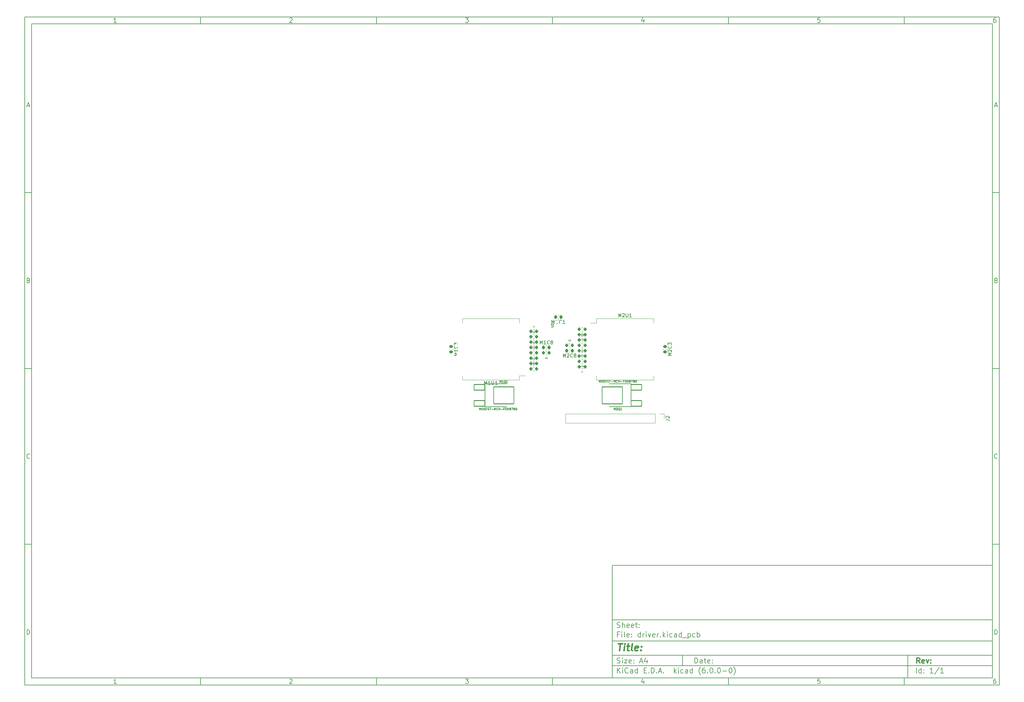
<source format=gto>
%TF.GenerationSoftware,KiCad,Pcbnew,(6.0.0-0)*%
%TF.CreationDate,2022-05-20T11:27:59+08:00*%
%TF.ProjectId,driver,64726976-6572-42e6-9b69-6361645f7063,rev?*%
%TF.SameCoordinates,Original*%
%TF.FileFunction,Legend,Top*%
%TF.FilePolarity,Positive*%
%FSLAX46Y46*%
G04 Gerber Fmt 4.6, Leading zero omitted, Abs format (unit mm)*
G04 Created by KiCad (PCBNEW (6.0.0-0)) date 2022-05-20 11:27:59*
%MOMM*%
%LPD*%
G01*
G04 APERTURE LIST*
G04 Aperture macros list*
%AMRoundRect*
0 Rectangle with rounded corners*
0 $1 Rounding radius*
0 $2 $3 $4 $5 $6 $7 $8 $9 X,Y pos of 4 corners*
0 Add a 4 corners polygon primitive as box body*
4,1,4,$2,$3,$4,$5,$6,$7,$8,$9,$2,$3,0*
0 Add four circle primitives for the rounded corners*
1,1,$1+$1,$2,$3*
1,1,$1+$1,$4,$5*
1,1,$1+$1,$6,$7*
1,1,$1+$1,$8,$9*
0 Add four rect primitives between the rounded corners*
20,1,$1+$1,$2,$3,$4,$5,0*
20,1,$1+$1,$4,$5,$6,$7,0*
20,1,$1+$1,$6,$7,$8,$9,0*
20,1,$1+$1,$8,$9,$2,$3,0*%
G04 Aperture macros list end*
%ADD10C,0.100000*%
%ADD11C,0.150000*%
%ADD12C,0.300000*%
%ADD13C,0.400000*%
%ADD14C,0.045000*%
%ADD15C,0.127000*%
%ADD16C,0.120000*%
%ADD17C,0.203200*%
%ADD18RoundRect,0.200000X0.200000X0.275000X-0.200000X0.275000X-0.200000X-0.275000X0.200000X-0.275000X0*%
%ADD19RoundRect,0.200000X-0.200000X-0.275000X0.200000X-0.275000X0.200000X0.275000X-0.200000X0.275000X0*%
%ADD20RoundRect,0.225000X0.225000X0.250000X-0.225000X0.250000X-0.225000X-0.250000X0.225000X-0.250000X0*%
%ADD21R,1.350000X0.660000*%
%ADD22R,5.250000X10.300000*%
%ADD23R,5.250000X6.230000*%
%ADD24R,1.700000X1.700000*%
%ADD25O,1.700000X1.700000*%
%ADD26RoundRect,0.101600X1.499870X-0.798830X1.499870X0.798830X-1.499870X0.798830X-1.499870X-0.798830X0*%
%ADD27RoundRect,0.101600X2.857500X-2.413000X2.857500X2.413000X-2.857500X2.413000X-2.857500X-2.413000X0*%
%ADD28R,0.450000X0.850000*%
%ADD29RoundRect,0.225000X-0.250000X0.225000X-0.250000X-0.225000X0.250000X-0.225000X0.250000X0.225000X0*%
%ADD30RoundRect,0.101600X-1.499870X0.798830X-1.499870X-0.798830X1.499870X-0.798830X1.499870X0.798830X0*%
%ADD31RoundRect,0.101600X-2.857500X2.413000X-2.857500X-2.413000X2.857500X-2.413000X2.857500X2.413000X0*%
%ADD32RoundRect,0.225000X-0.225000X-0.250000X0.225000X-0.250000X0.225000X0.250000X-0.225000X0.250000X0*%
%ADD33R,1.600000X1.600000*%
%ADD34C,1.600000*%
%ADD35R,3.800000X3.800000*%
%ADD36C,4.000000*%
G04 APERTURE END LIST*
D10*
D11*
X177002200Y-166007200D02*
X177002200Y-198007200D01*
X285002200Y-198007200D01*
X285002200Y-166007200D01*
X177002200Y-166007200D01*
D10*
D11*
X10000000Y-10000000D02*
X10000000Y-200007200D01*
X287002200Y-200007200D01*
X287002200Y-10000000D01*
X10000000Y-10000000D01*
D10*
D11*
X12000000Y-12000000D02*
X12000000Y-198007200D01*
X285002200Y-198007200D01*
X285002200Y-12000000D01*
X12000000Y-12000000D01*
D10*
D11*
X60000000Y-12000000D02*
X60000000Y-10000000D01*
D10*
D11*
X110000000Y-12000000D02*
X110000000Y-10000000D01*
D10*
D11*
X160000000Y-12000000D02*
X160000000Y-10000000D01*
D10*
D11*
X210000000Y-12000000D02*
X210000000Y-10000000D01*
D10*
D11*
X260000000Y-12000000D02*
X260000000Y-10000000D01*
D10*
D11*
X36065476Y-11588095D02*
X35322619Y-11588095D01*
X35694047Y-11588095D02*
X35694047Y-10288095D01*
X35570238Y-10473809D01*
X35446428Y-10597619D01*
X35322619Y-10659523D01*
D10*
D11*
X85322619Y-10411904D02*
X85384523Y-10350000D01*
X85508333Y-10288095D01*
X85817857Y-10288095D01*
X85941666Y-10350000D01*
X86003571Y-10411904D01*
X86065476Y-10535714D01*
X86065476Y-10659523D01*
X86003571Y-10845238D01*
X85260714Y-11588095D01*
X86065476Y-11588095D01*
D10*
D11*
X135260714Y-10288095D02*
X136065476Y-10288095D01*
X135632142Y-10783333D01*
X135817857Y-10783333D01*
X135941666Y-10845238D01*
X136003571Y-10907142D01*
X136065476Y-11030952D01*
X136065476Y-11340476D01*
X136003571Y-11464285D01*
X135941666Y-11526190D01*
X135817857Y-11588095D01*
X135446428Y-11588095D01*
X135322619Y-11526190D01*
X135260714Y-11464285D01*
D10*
D11*
X185941666Y-10721428D02*
X185941666Y-11588095D01*
X185632142Y-10226190D02*
X185322619Y-11154761D01*
X186127380Y-11154761D01*
D10*
D11*
X236003571Y-10288095D02*
X235384523Y-10288095D01*
X235322619Y-10907142D01*
X235384523Y-10845238D01*
X235508333Y-10783333D01*
X235817857Y-10783333D01*
X235941666Y-10845238D01*
X236003571Y-10907142D01*
X236065476Y-11030952D01*
X236065476Y-11340476D01*
X236003571Y-11464285D01*
X235941666Y-11526190D01*
X235817857Y-11588095D01*
X235508333Y-11588095D01*
X235384523Y-11526190D01*
X235322619Y-11464285D01*
D10*
D11*
X285941666Y-10288095D02*
X285694047Y-10288095D01*
X285570238Y-10350000D01*
X285508333Y-10411904D01*
X285384523Y-10597619D01*
X285322619Y-10845238D01*
X285322619Y-11340476D01*
X285384523Y-11464285D01*
X285446428Y-11526190D01*
X285570238Y-11588095D01*
X285817857Y-11588095D01*
X285941666Y-11526190D01*
X286003571Y-11464285D01*
X286065476Y-11340476D01*
X286065476Y-11030952D01*
X286003571Y-10907142D01*
X285941666Y-10845238D01*
X285817857Y-10783333D01*
X285570238Y-10783333D01*
X285446428Y-10845238D01*
X285384523Y-10907142D01*
X285322619Y-11030952D01*
D10*
D11*
X60000000Y-198007200D02*
X60000000Y-200007200D01*
D10*
D11*
X110000000Y-198007200D02*
X110000000Y-200007200D01*
D10*
D11*
X160000000Y-198007200D02*
X160000000Y-200007200D01*
D10*
D11*
X210000000Y-198007200D02*
X210000000Y-200007200D01*
D10*
D11*
X260000000Y-198007200D02*
X260000000Y-200007200D01*
D10*
D11*
X36065476Y-199595295D02*
X35322619Y-199595295D01*
X35694047Y-199595295D02*
X35694047Y-198295295D01*
X35570238Y-198481009D01*
X35446428Y-198604819D01*
X35322619Y-198666723D01*
D10*
D11*
X85322619Y-198419104D02*
X85384523Y-198357200D01*
X85508333Y-198295295D01*
X85817857Y-198295295D01*
X85941666Y-198357200D01*
X86003571Y-198419104D01*
X86065476Y-198542914D01*
X86065476Y-198666723D01*
X86003571Y-198852438D01*
X85260714Y-199595295D01*
X86065476Y-199595295D01*
D10*
D11*
X135260714Y-198295295D02*
X136065476Y-198295295D01*
X135632142Y-198790533D01*
X135817857Y-198790533D01*
X135941666Y-198852438D01*
X136003571Y-198914342D01*
X136065476Y-199038152D01*
X136065476Y-199347676D01*
X136003571Y-199471485D01*
X135941666Y-199533390D01*
X135817857Y-199595295D01*
X135446428Y-199595295D01*
X135322619Y-199533390D01*
X135260714Y-199471485D01*
D10*
D11*
X185941666Y-198728628D02*
X185941666Y-199595295D01*
X185632142Y-198233390D02*
X185322619Y-199161961D01*
X186127380Y-199161961D01*
D10*
D11*
X236003571Y-198295295D02*
X235384523Y-198295295D01*
X235322619Y-198914342D01*
X235384523Y-198852438D01*
X235508333Y-198790533D01*
X235817857Y-198790533D01*
X235941666Y-198852438D01*
X236003571Y-198914342D01*
X236065476Y-199038152D01*
X236065476Y-199347676D01*
X236003571Y-199471485D01*
X235941666Y-199533390D01*
X235817857Y-199595295D01*
X235508333Y-199595295D01*
X235384523Y-199533390D01*
X235322619Y-199471485D01*
D10*
D11*
X285941666Y-198295295D02*
X285694047Y-198295295D01*
X285570238Y-198357200D01*
X285508333Y-198419104D01*
X285384523Y-198604819D01*
X285322619Y-198852438D01*
X285322619Y-199347676D01*
X285384523Y-199471485D01*
X285446428Y-199533390D01*
X285570238Y-199595295D01*
X285817857Y-199595295D01*
X285941666Y-199533390D01*
X286003571Y-199471485D01*
X286065476Y-199347676D01*
X286065476Y-199038152D01*
X286003571Y-198914342D01*
X285941666Y-198852438D01*
X285817857Y-198790533D01*
X285570238Y-198790533D01*
X285446428Y-198852438D01*
X285384523Y-198914342D01*
X285322619Y-199038152D01*
D10*
D11*
X10000000Y-60000000D02*
X12000000Y-60000000D01*
D10*
D11*
X10000000Y-110000000D02*
X12000000Y-110000000D01*
D10*
D11*
X10000000Y-160000000D02*
X12000000Y-160000000D01*
D10*
D11*
X10690476Y-35216666D02*
X11309523Y-35216666D01*
X10566666Y-35588095D02*
X11000000Y-34288095D01*
X11433333Y-35588095D01*
D10*
D11*
X11092857Y-84907142D02*
X11278571Y-84969047D01*
X11340476Y-85030952D01*
X11402380Y-85154761D01*
X11402380Y-85340476D01*
X11340476Y-85464285D01*
X11278571Y-85526190D01*
X11154761Y-85588095D01*
X10659523Y-85588095D01*
X10659523Y-84288095D01*
X11092857Y-84288095D01*
X11216666Y-84350000D01*
X11278571Y-84411904D01*
X11340476Y-84535714D01*
X11340476Y-84659523D01*
X11278571Y-84783333D01*
X11216666Y-84845238D01*
X11092857Y-84907142D01*
X10659523Y-84907142D01*
D10*
D11*
X11402380Y-135464285D02*
X11340476Y-135526190D01*
X11154761Y-135588095D01*
X11030952Y-135588095D01*
X10845238Y-135526190D01*
X10721428Y-135402380D01*
X10659523Y-135278571D01*
X10597619Y-135030952D01*
X10597619Y-134845238D01*
X10659523Y-134597619D01*
X10721428Y-134473809D01*
X10845238Y-134350000D01*
X11030952Y-134288095D01*
X11154761Y-134288095D01*
X11340476Y-134350000D01*
X11402380Y-134411904D01*
D10*
D11*
X10659523Y-185588095D02*
X10659523Y-184288095D01*
X10969047Y-184288095D01*
X11154761Y-184350000D01*
X11278571Y-184473809D01*
X11340476Y-184597619D01*
X11402380Y-184845238D01*
X11402380Y-185030952D01*
X11340476Y-185278571D01*
X11278571Y-185402380D01*
X11154761Y-185526190D01*
X10969047Y-185588095D01*
X10659523Y-185588095D01*
D10*
D11*
X287002200Y-60000000D02*
X285002200Y-60000000D01*
D10*
D11*
X287002200Y-110000000D02*
X285002200Y-110000000D01*
D10*
D11*
X287002200Y-160000000D02*
X285002200Y-160000000D01*
D10*
D11*
X285692676Y-35216666D02*
X286311723Y-35216666D01*
X285568866Y-35588095D02*
X286002200Y-34288095D01*
X286435533Y-35588095D01*
D10*
D11*
X286095057Y-84907142D02*
X286280771Y-84969047D01*
X286342676Y-85030952D01*
X286404580Y-85154761D01*
X286404580Y-85340476D01*
X286342676Y-85464285D01*
X286280771Y-85526190D01*
X286156961Y-85588095D01*
X285661723Y-85588095D01*
X285661723Y-84288095D01*
X286095057Y-84288095D01*
X286218866Y-84350000D01*
X286280771Y-84411904D01*
X286342676Y-84535714D01*
X286342676Y-84659523D01*
X286280771Y-84783333D01*
X286218866Y-84845238D01*
X286095057Y-84907142D01*
X285661723Y-84907142D01*
D10*
D11*
X286404580Y-135464285D02*
X286342676Y-135526190D01*
X286156961Y-135588095D01*
X286033152Y-135588095D01*
X285847438Y-135526190D01*
X285723628Y-135402380D01*
X285661723Y-135278571D01*
X285599819Y-135030952D01*
X285599819Y-134845238D01*
X285661723Y-134597619D01*
X285723628Y-134473809D01*
X285847438Y-134350000D01*
X286033152Y-134288095D01*
X286156961Y-134288095D01*
X286342676Y-134350000D01*
X286404580Y-134411904D01*
D10*
D11*
X285661723Y-185588095D02*
X285661723Y-184288095D01*
X285971247Y-184288095D01*
X286156961Y-184350000D01*
X286280771Y-184473809D01*
X286342676Y-184597619D01*
X286404580Y-184845238D01*
X286404580Y-185030952D01*
X286342676Y-185278571D01*
X286280771Y-185402380D01*
X286156961Y-185526190D01*
X285971247Y-185588095D01*
X285661723Y-185588095D01*
D10*
D11*
X200434342Y-193785771D02*
X200434342Y-192285771D01*
X200791485Y-192285771D01*
X201005771Y-192357200D01*
X201148628Y-192500057D01*
X201220057Y-192642914D01*
X201291485Y-192928628D01*
X201291485Y-193142914D01*
X201220057Y-193428628D01*
X201148628Y-193571485D01*
X201005771Y-193714342D01*
X200791485Y-193785771D01*
X200434342Y-193785771D01*
X202577200Y-193785771D02*
X202577200Y-193000057D01*
X202505771Y-192857200D01*
X202362914Y-192785771D01*
X202077200Y-192785771D01*
X201934342Y-192857200D01*
X202577200Y-193714342D02*
X202434342Y-193785771D01*
X202077200Y-193785771D01*
X201934342Y-193714342D01*
X201862914Y-193571485D01*
X201862914Y-193428628D01*
X201934342Y-193285771D01*
X202077200Y-193214342D01*
X202434342Y-193214342D01*
X202577200Y-193142914D01*
X203077200Y-192785771D02*
X203648628Y-192785771D01*
X203291485Y-192285771D02*
X203291485Y-193571485D01*
X203362914Y-193714342D01*
X203505771Y-193785771D01*
X203648628Y-193785771D01*
X204720057Y-193714342D02*
X204577200Y-193785771D01*
X204291485Y-193785771D01*
X204148628Y-193714342D01*
X204077200Y-193571485D01*
X204077200Y-193000057D01*
X204148628Y-192857200D01*
X204291485Y-192785771D01*
X204577200Y-192785771D01*
X204720057Y-192857200D01*
X204791485Y-193000057D01*
X204791485Y-193142914D01*
X204077200Y-193285771D01*
X205434342Y-193642914D02*
X205505771Y-193714342D01*
X205434342Y-193785771D01*
X205362914Y-193714342D01*
X205434342Y-193642914D01*
X205434342Y-193785771D01*
X205434342Y-192857200D02*
X205505771Y-192928628D01*
X205434342Y-193000057D01*
X205362914Y-192928628D01*
X205434342Y-192857200D01*
X205434342Y-193000057D01*
D10*
D11*
X177002200Y-194507200D02*
X285002200Y-194507200D01*
D10*
D11*
X178434342Y-196585771D02*
X178434342Y-195085771D01*
X179291485Y-196585771D02*
X178648628Y-195728628D01*
X179291485Y-195085771D02*
X178434342Y-195942914D01*
X179934342Y-196585771D02*
X179934342Y-195585771D01*
X179934342Y-195085771D02*
X179862914Y-195157200D01*
X179934342Y-195228628D01*
X180005771Y-195157200D01*
X179934342Y-195085771D01*
X179934342Y-195228628D01*
X181505771Y-196442914D02*
X181434342Y-196514342D01*
X181220057Y-196585771D01*
X181077200Y-196585771D01*
X180862914Y-196514342D01*
X180720057Y-196371485D01*
X180648628Y-196228628D01*
X180577200Y-195942914D01*
X180577200Y-195728628D01*
X180648628Y-195442914D01*
X180720057Y-195300057D01*
X180862914Y-195157200D01*
X181077200Y-195085771D01*
X181220057Y-195085771D01*
X181434342Y-195157200D01*
X181505771Y-195228628D01*
X182791485Y-196585771D02*
X182791485Y-195800057D01*
X182720057Y-195657200D01*
X182577200Y-195585771D01*
X182291485Y-195585771D01*
X182148628Y-195657200D01*
X182791485Y-196514342D02*
X182648628Y-196585771D01*
X182291485Y-196585771D01*
X182148628Y-196514342D01*
X182077200Y-196371485D01*
X182077200Y-196228628D01*
X182148628Y-196085771D01*
X182291485Y-196014342D01*
X182648628Y-196014342D01*
X182791485Y-195942914D01*
X184148628Y-196585771D02*
X184148628Y-195085771D01*
X184148628Y-196514342D02*
X184005771Y-196585771D01*
X183720057Y-196585771D01*
X183577200Y-196514342D01*
X183505771Y-196442914D01*
X183434342Y-196300057D01*
X183434342Y-195871485D01*
X183505771Y-195728628D01*
X183577200Y-195657200D01*
X183720057Y-195585771D01*
X184005771Y-195585771D01*
X184148628Y-195657200D01*
X186005771Y-195800057D02*
X186505771Y-195800057D01*
X186720057Y-196585771D02*
X186005771Y-196585771D01*
X186005771Y-195085771D01*
X186720057Y-195085771D01*
X187362914Y-196442914D02*
X187434342Y-196514342D01*
X187362914Y-196585771D01*
X187291485Y-196514342D01*
X187362914Y-196442914D01*
X187362914Y-196585771D01*
X188077200Y-196585771D02*
X188077200Y-195085771D01*
X188434342Y-195085771D01*
X188648628Y-195157200D01*
X188791485Y-195300057D01*
X188862914Y-195442914D01*
X188934342Y-195728628D01*
X188934342Y-195942914D01*
X188862914Y-196228628D01*
X188791485Y-196371485D01*
X188648628Y-196514342D01*
X188434342Y-196585771D01*
X188077200Y-196585771D01*
X189577200Y-196442914D02*
X189648628Y-196514342D01*
X189577200Y-196585771D01*
X189505771Y-196514342D01*
X189577200Y-196442914D01*
X189577200Y-196585771D01*
X190220057Y-196157200D02*
X190934342Y-196157200D01*
X190077200Y-196585771D02*
X190577200Y-195085771D01*
X191077200Y-196585771D01*
X191577200Y-196442914D02*
X191648628Y-196514342D01*
X191577200Y-196585771D01*
X191505771Y-196514342D01*
X191577200Y-196442914D01*
X191577200Y-196585771D01*
X194577200Y-196585771D02*
X194577200Y-195085771D01*
X194720057Y-196014342D02*
X195148628Y-196585771D01*
X195148628Y-195585771D02*
X194577200Y-196157200D01*
X195791485Y-196585771D02*
X195791485Y-195585771D01*
X195791485Y-195085771D02*
X195720057Y-195157200D01*
X195791485Y-195228628D01*
X195862914Y-195157200D01*
X195791485Y-195085771D01*
X195791485Y-195228628D01*
X197148628Y-196514342D02*
X197005771Y-196585771D01*
X196720057Y-196585771D01*
X196577200Y-196514342D01*
X196505771Y-196442914D01*
X196434342Y-196300057D01*
X196434342Y-195871485D01*
X196505771Y-195728628D01*
X196577200Y-195657200D01*
X196720057Y-195585771D01*
X197005771Y-195585771D01*
X197148628Y-195657200D01*
X198434342Y-196585771D02*
X198434342Y-195800057D01*
X198362914Y-195657200D01*
X198220057Y-195585771D01*
X197934342Y-195585771D01*
X197791485Y-195657200D01*
X198434342Y-196514342D02*
X198291485Y-196585771D01*
X197934342Y-196585771D01*
X197791485Y-196514342D01*
X197720057Y-196371485D01*
X197720057Y-196228628D01*
X197791485Y-196085771D01*
X197934342Y-196014342D01*
X198291485Y-196014342D01*
X198434342Y-195942914D01*
X199791485Y-196585771D02*
X199791485Y-195085771D01*
X199791485Y-196514342D02*
X199648628Y-196585771D01*
X199362914Y-196585771D01*
X199220057Y-196514342D01*
X199148628Y-196442914D01*
X199077200Y-196300057D01*
X199077200Y-195871485D01*
X199148628Y-195728628D01*
X199220057Y-195657200D01*
X199362914Y-195585771D01*
X199648628Y-195585771D01*
X199791485Y-195657200D01*
X202077200Y-197157200D02*
X202005771Y-197085771D01*
X201862914Y-196871485D01*
X201791485Y-196728628D01*
X201720057Y-196514342D01*
X201648628Y-196157200D01*
X201648628Y-195871485D01*
X201720057Y-195514342D01*
X201791485Y-195300057D01*
X201862914Y-195157200D01*
X202005771Y-194942914D01*
X202077200Y-194871485D01*
X203291485Y-195085771D02*
X203005771Y-195085771D01*
X202862914Y-195157200D01*
X202791485Y-195228628D01*
X202648628Y-195442914D01*
X202577200Y-195728628D01*
X202577200Y-196300057D01*
X202648628Y-196442914D01*
X202720057Y-196514342D01*
X202862914Y-196585771D01*
X203148628Y-196585771D01*
X203291485Y-196514342D01*
X203362914Y-196442914D01*
X203434342Y-196300057D01*
X203434342Y-195942914D01*
X203362914Y-195800057D01*
X203291485Y-195728628D01*
X203148628Y-195657200D01*
X202862914Y-195657200D01*
X202720057Y-195728628D01*
X202648628Y-195800057D01*
X202577200Y-195942914D01*
X204077200Y-196442914D02*
X204148628Y-196514342D01*
X204077200Y-196585771D01*
X204005771Y-196514342D01*
X204077200Y-196442914D01*
X204077200Y-196585771D01*
X205077200Y-195085771D02*
X205220057Y-195085771D01*
X205362914Y-195157200D01*
X205434342Y-195228628D01*
X205505771Y-195371485D01*
X205577200Y-195657200D01*
X205577200Y-196014342D01*
X205505771Y-196300057D01*
X205434342Y-196442914D01*
X205362914Y-196514342D01*
X205220057Y-196585771D01*
X205077200Y-196585771D01*
X204934342Y-196514342D01*
X204862914Y-196442914D01*
X204791485Y-196300057D01*
X204720057Y-196014342D01*
X204720057Y-195657200D01*
X204791485Y-195371485D01*
X204862914Y-195228628D01*
X204934342Y-195157200D01*
X205077200Y-195085771D01*
X206220057Y-196442914D02*
X206291485Y-196514342D01*
X206220057Y-196585771D01*
X206148628Y-196514342D01*
X206220057Y-196442914D01*
X206220057Y-196585771D01*
X207220057Y-195085771D02*
X207362914Y-195085771D01*
X207505771Y-195157200D01*
X207577200Y-195228628D01*
X207648628Y-195371485D01*
X207720057Y-195657200D01*
X207720057Y-196014342D01*
X207648628Y-196300057D01*
X207577200Y-196442914D01*
X207505771Y-196514342D01*
X207362914Y-196585771D01*
X207220057Y-196585771D01*
X207077200Y-196514342D01*
X207005771Y-196442914D01*
X206934342Y-196300057D01*
X206862914Y-196014342D01*
X206862914Y-195657200D01*
X206934342Y-195371485D01*
X207005771Y-195228628D01*
X207077200Y-195157200D01*
X207220057Y-195085771D01*
X208362914Y-196014342D02*
X209505771Y-196014342D01*
X210505771Y-195085771D02*
X210648628Y-195085771D01*
X210791485Y-195157200D01*
X210862914Y-195228628D01*
X210934342Y-195371485D01*
X211005771Y-195657200D01*
X211005771Y-196014342D01*
X210934342Y-196300057D01*
X210862914Y-196442914D01*
X210791485Y-196514342D01*
X210648628Y-196585771D01*
X210505771Y-196585771D01*
X210362914Y-196514342D01*
X210291485Y-196442914D01*
X210220057Y-196300057D01*
X210148628Y-196014342D01*
X210148628Y-195657200D01*
X210220057Y-195371485D01*
X210291485Y-195228628D01*
X210362914Y-195157200D01*
X210505771Y-195085771D01*
X211505771Y-197157200D02*
X211577200Y-197085771D01*
X211720057Y-196871485D01*
X211791485Y-196728628D01*
X211862914Y-196514342D01*
X211934342Y-196157200D01*
X211934342Y-195871485D01*
X211862914Y-195514342D01*
X211791485Y-195300057D01*
X211720057Y-195157200D01*
X211577200Y-194942914D01*
X211505771Y-194871485D01*
D10*
D11*
X177002200Y-191507200D02*
X285002200Y-191507200D01*
D10*
D12*
X264411485Y-193785771D02*
X263911485Y-193071485D01*
X263554342Y-193785771D02*
X263554342Y-192285771D01*
X264125771Y-192285771D01*
X264268628Y-192357200D01*
X264340057Y-192428628D01*
X264411485Y-192571485D01*
X264411485Y-192785771D01*
X264340057Y-192928628D01*
X264268628Y-193000057D01*
X264125771Y-193071485D01*
X263554342Y-193071485D01*
X265625771Y-193714342D02*
X265482914Y-193785771D01*
X265197200Y-193785771D01*
X265054342Y-193714342D01*
X264982914Y-193571485D01*
X264982914Y-193000057D01*
X265054342Y-192857200D01*
X265197200Y-192785771D01*
X265482914Y-192785771D01*
X265625771Y-192857200D01*
X265697200Y-193000057D01*
X265697200Y-193142914D01*
X264982914Y-193285771D01*
X266197200Y-192785771D02*
X266554342Y-193785771D01*
X266911485Y-192785771D01*
X267482914Y-193642914D02*
X267554342Y-193714342D01*
X267482914Y-193785771D01*
X267411485Y-193714342D01*
X267482914Y-193642914D01*
X267482914Y-193785771D01*
X267482914Y-192857200D02*
X267554342Y-192928628D01*
X267482914Y-193000057D01*
X267411485Y-192928628D01*
X267482914Y-192857200D01*
X267482914Y-193000057D01*
D10*
D11*
X178362914Y-193714342D02*
X178577200Y-193785771D01*
X178934342Y-193785771D01*
X179077200Y-193714342D01*
X179148628Y-193642914D01*
X179220057Y-193500057D01*
X179220057Y-193357200D01*
X179148628Y-193214342D01*
X179077200Y-193142914D01*
X178934342Y-193071485D01*
X178648628Y-193000057D01*
X178505771Y-192928628D01*
X178434342Y-192857200D01*
X178362914Y-192714342D01*
X178362914Y-192571485D01*
X178434342Y-192428628D01*
X178505771Y-192357200D01*
X178648628Y-192285771D01*
X179005771Y-192285771D01*
X179220057Y-192357200D01*
X179862914Y-193785771D02*
X179862914Y-192785771D01*
X179862914Y-192285771D02*
X179791485Y-192357200D01*
X179862914Y-192428628D01*
X179934342Y-192357200D01*
X179862914Y-192285771D01*
X179862914Y-192428628D01*
X180434342Y-192785771D02*
X181220057Y-192785771D01*
X180434342Y-193785771D01*
X181220057Y-193785771D01*
X182362914Y-193714342D02*
X182220057Y-193785771D01*
X181934342Y-193785771D01*
X181791485Y-193714342D01*
X181720057Y-193571485D01*
X181720057Y-193000057D01*
X181791485Y-192857200D01*
X181934342Y-192785771D01*
X182220057Y-192785771D01*
X182362914Y-192857200D01*
X182434342Y-193000057D01*
X182434342Y-193142914D01*
X181720057Y-193285771D01*
X183077200Y-193642914D02*
X183148628Y-193714342D01*
X183077200Y-193785771D01*
X183005771Y-193714342D01*
X183077200Y-193642914D01*
X183077200Y-193785771D01*
X183077200Y-192857200D02*
X183148628Y-192928628D01*
X183077200Y-193000057D01*
X183005771Y-192928628D01*
X183077200Y-192857200D01*
X183077200Y-193000057D01*
X184862914Y-193357200D02*
X185577200Y-193357200D01*
X184720057Y-193785771D02*
X185220057Y-192285771D01*
X185720057Y-193785771D01*
X186862914Y-192785771D02*
X186862914Y-193785771D01*
X186505771Y-192214342D02*
X186148628Y-193285771D01*
X187077200Y-193285771D01*
D10*
D11*
X263434342Y-196585771D02*
X263434342Y-195085771D01*
X264791485Y-196585771D02*
X264791485Y-195085771D01*
X264791485Y-196514342D02*
X264648628Y-196585771D01*
X264362914Y-196585771D01*
X264220057Y-196514342D01*
X264148628Y-196442914D01*
X264077200Y-196300057D01*
X264077200Y-195871485D01*
X264148628Y-195728628D01*
X264220057Y-195657200D01*
X264362914Y-195585771D01*
X264648628Y-195585771D01*
X264791485Y-195657200D01*
X265505771Y-196442914D02*
X265577200Y-196514342D01*
X265505771Y-196585771D01*
X265434342Y-196514342D01*
X265505771Y-196442914D01*
X265505771Y-196585771D01*
X265505771Y-195657200D02*
X265577200Y-195728628D01*
X265505771Y-195800057D01*
X265434342Y-195728628D01*
X265505771Y-195657200D01*
X265505771Y-195800057D01*
X268148628Y-196585771D02*
X267291485Y-196585771D01*
X267720057Y-196585771D02*
X267720057Y-195085771D01*
X267577200Y-195300057D01*
X267434342Y-195442914D01*
X267291485Y-195514342D01*
X269862914Y-195014342D02*
X268577200Y-196942914D01*
X271148628Y-196585771D02*
X270291485Y-196585771D01*
X270720057Y-196585771D02*
X270720057Y-195085771D01*
X270577200Y-195300057D01*
X270434342Y-195442914D01*
X270291485Y-195514342D01*
D10*
D11*
X177002200Y-187507200D02*
X285002200Y-187507200D01*
D10*
D13*
X178714580Y-188211961D02*
X179857438Y-188211961D01*
X179036009Y-190211961D02*
X179286009Y-188211961D01*
X180274104Y-190211961D02*
X180440771Y-188878628D01*
X180524104Y-188211961D02*
X180416961Y-188307200D01*
X180500295Y-188402438D01*
X180607438Y-188307200D01*
X180524104Y-188211961D01*
X180500295Y-188402438D01*
X181107438Y-188878628D02*
X181869342Y-188878628D01*
X181476485Y-188211961D02*
X181262200Y-189926247D01*
X181333628Y-190116723D01*
X181512200Y-190211961D01*
X181702676Y-190211961D01*
X182655057Y-190211961D02*
X182476485Y-190116723D01*
X182405057Y-189926247D01*
X182619342Y-188211961D01*
X184190771Y-190116723D02*
X183988390Y-190211961D01*
X183607438Y-190211961D01*
X183428866Y-190116723D01*
X183357438Y-189926247D01*
X183452676Y-189164342D01*
X183571723Y-188973866D01*
X183774104Y-188878628D01*
X184155057Y-188878628D01*
X184333628Y-188973866D01*
X184405057Y-189164342D01*
X184381247Y-189354819D01*
X183405057Y-189545295D01*
X185155057Y-190021485D02*
X185238390Y-190116723D01*
X185131247Y-190211961D01*
X185047914Y-190116723D01*
X185155057Y-190021485D01*
X185131247Y-190211961D01*
X185286009Y-188973866D02*
X185369342Y-189069104D01*
X185262200Y-189164342D01*
X185178866Y-189069104D01*
X185286009Y-188973866D01*
X185262200Y-189164342D01*
D10*
D11*
X178934342Y-185600057D02*
X178434342Y-185600057D01*
X178434342Y-186385771D02*
X178434342Y-184885771D01*
X179148628Y-184885771D01*
X179720057Y-186385771D02*
X179720057Y-185385771D01*
X179720057Y-184885771D02*
X179648628Y-184957200D01*
X179720057Y-185028628D01*
X179791485Y-184957200D01*
X179720057Y-184885771D01*
X179720057Y-185028628D01*
X180648628Y-186385771D02*
X180505771Y-186314342D01*
X180434342Y-186171485D01*
X180434342Y-184885771D01*
X181791485Y-186314342D02*
X181648628Y-186385771D01*
X181362914Y-186385771D01*
X181220057Y-186314342D01*
X181148628Y-186171485D01*
X181148628Y-185600057D01*
X181220057Y-185457200D01*
X181362914Y-185385771D01*
X181648628Y-185385771D01*
X181791485Y-185457200D01*
X181862914Y-185600057D01*
X181862914Y-185742914D01*
X181148628Y-185885771D01*
X182505771Y-186242914D02*
X182577200Y-186314342D01*
X182505771Y-186385771D01*
X182434342Y-186314342D01*
X182505771Y-186242914D01*
X182505771Y-186385771D01*
X182505771Y-185457200D02*
X182577200Y-185528628D01*
X182505771Y-185600057D01*
X182434342Y-185528628D01*
X182505771Y-185457200D01*
X182505771Y-185600057D01*
X185005771Y-186385771D02*
X185005771Y-184885771D01*
X185005771Y-186314342D02*
X184862914Y-186385771D01*
X184577200Y-186385771D01*
X184434342Y-186314342D01*
X184362914Y-186242914D01*
X184291485Y-186100057D01*
X184291485Y-185671485D01*
X184362914Y-185528628D01*
X184434342Y-185457200D01*
X184577200Y-185385771D01*
X184862914Y-185385771D01*
X185005771Y-185457200D01*
X185720057Y-186385771D02*
X185720057Y-185385771D01*
X185720057Y-185671485D02*
X185791485Y-185528628D01*
X185862914Y-185457200D01*
X186005771Y-185385771D01*
X186148628Y-185385771D01*
X186648628Y-186385771D02*
X186648628Y-185385771D01*
X186648628Y-184885771D02*
X186577200Y-184957200D01*
X186648628Y-185028628D01*
X186720057Y-184957200D01*
X186648628Y-184885771D01*
X186648628Y-185028628D01*
X187220057Y-185385771D02*
X187577200Y-186385771D01*
X187934342Y-185385771D01*
X189077200Y-186314342D02*
X188934342Y-186385771D01*
X188648628Y-186385771D01*
X188505771Y-186314342D01*
X188434342Y-186171485D01*
X188434342Y-185600057D01*
X188505771Y-185457200D01*
X188648628Y-185385771D01*
X188934342Y-185385771D01*
X189077200Y-185457200D01*
X189148628Y-185600057D01*
X189148628Y-185742914D01*
X188434342Y-185885771D01*
X189791485Y-186385771D02*
X189791485Y-185385771D01*
X189791485Y-185671485D02*
X189862914Y-185528628D01*
X189934342Y-185457200D01*
X190077200Y-185385771D01*
X190220057Y-185385771D01*
X190720057Y-186242914D02*
X190791485Y-186314342D01*
X190720057Y-186385771D01*
X190648628Y-186314342D01*
X190720057Y-186242914D01*
X190720057Y-186385771D01*
X191434342Y-186385771D02*
X191434342Y-184885771D01*
X191577200Y-185814342D02*
X192005771Y-186385771D01*
X192005771Y-185385771D02*
X191434342Y-185957200D01*
X192648628Y-186385771D02*
X192648628Y-185385771D01*
X192648628Y-184885771D02*
X192577200Y-184957200D01*
X192648628Y-185028628D01*
X192720057Y-184957200D01*
X192648628Y-184885771D01*
X192648628Y-185028628D01*
X194005771Y-186314342D02*
X193862914Y-186385771D01*
X193577200Y-186385771D01*
X193434342Y-186314342D01*
X193362914Y-186242914D01*
X193291485Y-186100057D01*
X193291485Y-185671485D01*
X193362914Y-185528628D01*
X193434342Y-185457200D01*
X193577200Y-185385771D01*
X193862914Y-185385771D01*
X194005771Y-185457200D01*
X195291485Y-186385771D02*
X195291485Y-185600057D01*
X195220057Y-185457200D01*
X195077200Y-185385771D01*
X194791485Y-185385771D01*
X194648628Y-185457200D01*
X195291485Y-186314342D02*
X195148628Y-186385771D01*
X194791485Y-186385771D01*
X194648628Y-186314342D01*
X194577200Y-186171485D01*
X194577200Y-186028628D01*
X194648628Y-185885771D01*
X194791485Y-185814342D01*
X195148628Y-185814342D01*
X195291485Y-185742914D01*
X196648628Y-186385771D02*
X196648628Y-184885771D01*
X196648628Y-186314342D02*
X196505771Y-186385771D01*
X196220057Y-186385771D01*
X196077200Y-186314342D01*
X196005771Y-186242914D01*
X195934342Y-186100057D01*
X195934342Y-185671485D01*
X196005771Y-185528628D01*
X196077200Y-185457200D01*
X196220057Y-185385771D01*
X196505771Y-185385771D01*
X196648628Y-185457200D01*
X197005771Y-186528628D02*
X198148628Y-186528628D01*
X198505771Y-185385771D02*
X198505771Y-186885771D01*
X198505771Y-185457200D02*
X198648628Y-185385771D01*
X198934342Y-185385771D01*
X199077200Y-185457200D01*
X199148628Y-185528628D01*
X199220057Y-185671485D01*
X199220057Y-186100057D01*
X199148628Y-186242914D01*
X199077200Y-186314342D01*
X198934342Y-186385771D01*
X198648628Y-186385771D01*
X198505771Y-186314342D01*
X200505771Y-186314342D02*
X200362914Y-186385771D01*
X200077200Y-186385771D01*
X199934342Y-186314342D01*
X199862914Y-186242914D01*
X199791485Y-186100057D01*
X199791485Y-185671485D01*
X199862914Y-185528628D01*
X199934342Y-185457200D01*
X200077200Y-185385771D01*
X200362914Y-185385771D01*
X200505771Y-185457200D01*
X201148628Y-186385771D02*
X201148628Y-184885771D01*
X201148628Y-185457200D02*
X201291485Y-185385771D01*
X201577200Y-185385771D01*
X201720057Y-185457200D01*
X201791485Y-185528628D01*
X201862914Y-185671485D01*
X201862914Y-186100057D01*
X201791485Y-186242914D01*
X201720057Y-186314342D01*
X201577200Y-186385771D01*
X201291485Y-186385771D01*
X201148628Y-186314342D01*
D10*
D11*
X177002200Y-181507200D02*
X285002200Y-181507200D01*
D10*
D11*
X178362914Y-183614342D02*
X178577200Y-183685771D01*
X178934342Y-183685771D01*
X179077200Y-183614342D01*
X179148628Y-183542914D01*
X179220057Y-183400057D01*
X179220057Y-183257200D01*
X179148628Y-183114342D01*
X179077200Y-183042914D01*
X178934342Y-182971485D01*
X178648628Y-182900057D01*
X178505771Y-182828628D01*
X178434342Y-182757200D01*
X178362914Y-182614342D01*
X178362914Y-182471485D01*
X178434342Y-182328628D01*
X178505771Y-182257200D01*
X178648628Y-182185771D01*
X179005771Y-182185771D01*
X179220057Y-182257200D01*
X179862914Y-183685771D02*
X179862914Y-182185771D01*
X180505771Y-183685771D02*
X180505771Y-182900057D01*
X180434342Y-182757200D01*
X180291485Y-182685771D01*
X180077200Y-182685771D01*
X179934342Y-182757200D01*
X179862914Y-182828628D01*
X181791485Y-183614342D02*
X181648628Y-183685771D01*
X181362914Y-183685771D01*
X181220057Y-183614342D01*
X181148628Y-183471485D01*
X181148628Y-182900057D01*
X181220057Y-182757200D01*
X181362914Y-182685771D01*
X181648628Y-182685771D01*
X181791485Y-182757200D01*
X181862914Y-182900057D01*
X181862914Y-183042914D01*
X181148628Y-183185771D01*
X183077200Y-183614342D02*
X182934342Y-183685771D01*
X182648628Y-183685771D01*
X182505771Y-183614342D01*
X182434342Y-183471485D01*
X182434342Y-182900057D01*
X182505771Y-182757200D01*
X182648628Y-182685771D01*
X182934342Y-182685771D01*
X183077200Y-182757200D01*
X183148628Y-182900057D01*
X183148628Y-183042914D01*
X182434342Y-183185771D01*
X183577200Y-182685771D02*
X184148628Y-182685771D01*
X183791485Y-182185771D02*
X183791485Y-183471485D01*
X183862914Y-183614342D01*
X184005771Y-183685771D01*
X184148628Y-183685771D01*
X184648628Y-183542914D02*
X184720057Y-183614342D01*
X184648628Y-183685771D01*
X184577200Y-183614342D01*
X184648628Y-183542914D01*
X184648628Y-183685771D01*
X184648628Y-182757200D02*
X184720057Y-182828628D01*
X184648628Y-182900057D01*
X184577200Y-182828628D01*
X184648628Y-182757200D01*
X184648628Y-182900057D01*
D10*
D12*
D10*
D11*
D10*
D11*
D10*
D11*
D10*
D11*
D10*
D11*
X197002200Y-191507200D02*
X197002200Y-194507200D01*
D10*
D11*
X261002200Y-191507200D02*
X261002200Y-198007200D01*
D14*
%TO.C,M2R6*%
X168247028Y-100572949D02*
X168075600Y-100572949D01*
X168161314Y-100572949D02*
X168161314Y-100272949D01*
X168132742Y-100315806D01*
X168104171Y-100344377D01*
X168075600Y-100358663D01*
X168432742Y-100272949D02*
X168461314Y-100272949D01*
X168489885Y-100287235D01*
X168504171Y-100301520D01*
X168518457Y-100330092D01*
X168532742Y-100387235D01*
X168532742Y-100458663D01*
X168518457Y-100515806D01*
X168504171Y-100544377D01*
X168489885Y-100558663D01*
X168461314Y-100572949D01*
X168432742Y-100572949D01*
X168404171Y-100558663D01*
X168389885Y-100544377D01*
X168375600Y-100515806D01*
X168361314Y-100458663D01*
X168361314Y-100387235D01*
X168375600Y-100330092D01*
X168389885Y-100301520D01*
X168404171Y-100287235D01*
X168432742Y-100272949D01*
X168661314Y-100572949D02*
X168661314Y-100272949D01*
X168689885Y-100458663D02*
X168775600Y-100572949D01*
X168775600Y-100372949D02*
X168661314Y-100487235D01*
%TO.C,M2R5*%
X167847028Y-101608949D02*
X168032742Y-101608949D01*
X167932742Y-101723235D01*
X167975600Y-101723235D01*
X168004171Y-101737520D01*
X168018457Y-101751806D01*
X168032742Y-101780377D01*
X168032742Y-101851806D01*
X168018457Y-101880377D01*
X168004171Y-101894663D01*
X167975600Y-101908949D01*
X167889885Y-101908949D01*
X167861314Y-101894663D01*
X167847028Y-101880377D01*
X168161314Y-101880377D02*
X168175600Y-101894663D01*
X168161314Y-101908949D01*
X168147028Y-101894663D01*
X168161314Y-101880377D01*
X168161314Y-101908949D01*
X168289885Y-101637520D02*
X168304171Y-101623235D01*
X168332742Y-101608949D01*
X168404171Y-101608949D01*
X168432742Y-101623235D01*
X168447028Y-101637520D01*
X168461314Y-101666092D01*
X168461314Y-101694663D01*
X168447028Y-101737520D01*
X168275600Y-101908949D01*
X168461314Y-101908949D01*
X168718457Y-101708949D02*
X168718457Y-101908949D01*
X168647028Y-101594663D02*
X168575600Y-101808949D01*
X168761314Y-101808949D01*
X168875600Y-101908949D02*
X168875600Y-101608949D01*
X168904171Y-101794663D02*
X168989885Y-101908949D01*
X168989885Y-101708949D02*
X168875600Y-101823235D01*
D11*
%TO.C,M2C8*%
X163060285Y-106797615D02*
X163060285Y-105797615D01*
X163393619Y-106511901D01*
X163726952Y-105797615D01*
X163726952Y-106797615D01*
X164155523Y-105892854D02*
X164203142Y-105845235D01*
X164298380Y-105797615D01*
X164536476Y-105797615D01*
X164631714Y-105845235D01*
X164679333Y-105892854D01*
X164726952Y-105988092D01*
X164726952Y-106083330D01*
X164679333Y-106226187D01*
X164107904Y-106797615D01*
X164726952Y-106797615D01*
X165726952Y-106702377D02*
X165679333Y-106749996D01*
X165536476Y-106797615D01*
X165441238Y-106797615D01*
X165298380Y-106749996D01*
X165203142Y-106654758D01*
X165155523Y-106559520D01*
X165107904Y-106369044D01*
X165107904Y-106226187D01*
X165155523Y-106035711D01*
X165203142Y-105940473D01*
X165298380Y-105845235D01*
X165441238Y-105797615D01*
X165536476Y-105797615D01*
X165679333Y-105845235D01*
X165726952Y-105892854D01*
X166298380Y-106226187D02*
X166203142Y-106178568D01*
X166155523Y-106130949D01*
X166107904Y-106035711D01*
X166107904Y-105988092D01*
X166155523Y-105892854D01*
X166203142Y-105845235D01*
X166298380Y-105797615D01*
X166488857Y-105797615D01*
X166584095Y-105845235D01*
X166631714Y-105892854D01*
X166679333Y-105988092D01*
X166679333Y-106035711D01*
X166631714Y-106130949D01*
X166584095Y-106178568D01*
X166488857Y-106226187D01*
X166298380Y-106226187D01*
X166203142Y-106273806D01*
X166155523Y-106321425D01*
X166107904Y-106416663D01*
X166107904Y-106607139D01*
X166155523Y-106702377D01*
X166203142Y-106749996D01*
X166298380Y-106797615D01*
X166488857Y-106797615D01*
X166584095Y-106749996D01*
X166631714Y-106702377D01*
X166679333Y-106607139D01*
X166679333Y-106416663D01*
X166631714Y-106321425D01*
X166584095Y-106273806D01*
X166488857Y-106226187D01*
%TO.C,M2U1*%
X178806076Y-95378780D02*
X178806076Y-94378780D01*
X179139409Y-95093066D01*
X179472742Y-94378780D01*
X179472742Y-95378780D01*
X179901314Y-94474019D02*
X179948933Y-94426400D01*
X180044171Y-94378780D01*
X180282266Y-94378780D01*
X180377504Y-94426400D01*
X180425123Y-94474019D01*
X180472742Y-94569257D01*
X180472742Y-94664495D01*
X180425123Y-94807352D01*
X179853695Y-95378780D01*
X180472742Y-95378780D01*
X180901314Y-94378780D02*
X180901314Y-95188304D01*
X180948933Y-95283542D01*
X180996552Y-95331161D01*
X181091790Y-95378780D01*
X181282266Y-95378780D01*
X181377504Y-95331161D01*
X181425123Y-95283542D01*
X181472742Y-95188304D01*
X181472742Y-94378780D01*
X182472742Y-95378780D02*
X181901314Y-95378780D01*
X182187028Y-95378780D02*
X182187028Y-94378780D01*
X182091790Y-94521638D01*
X181996552Y-94616876D01*
X181901314Y-94664495D01*
D14*
%TO.C,M2R81*%
X168247028Y-106480949D02*
X168075600Y-106480949D01*
X168161314Y-106480949D02*
X168161314Y-106180949D01*
X168132742Y-106223806D01*
X168104171Y-106252377D01*
X168075600Y-106266663D01*
X168432742Y-106180949D02*
X168461314Y-106180949D01*
X168489885Y-106195235D01*
X168504171Y-106209520D01*
X168518457Y-106238092D01*
X168532742Y-106295235D01*
X168532742Y-106366663D01*
X168518457Y-106423806D01*
X168504171Y-106452377D01*
X168489885Y-106466663D01*
X168461314Y-106480949D01*
X168432742Y-106480949D01*
X168404171Y-106466663D01*
X168389885Y-106452377D01*
X168375600Y-106423806D01*
X168361314Y-106366663D01*
X168361314Y-106295235D01*
X168375600Y-106238092D01*
X168389885Y-106209520D01*
X168404171Y-106195235D01*
X168432742Y-106180949D01*
X168661314Y-106480949D02*
X168661314Y-106180949D01*
X168689885Y-106366663D02*
X168775600Y-106480949D01*
X168775600Y-106280949D02*
X168661314Y-106395235D01*
%TO.C,M2R71*%
X168389885Y-104956949D02*
X168218457Y-104956949D01*
X168304171Y-104956949D02*
X168304171Y-104656949D01*
X168275600Y-104699806D01*
X168247028Y-104728377D01*
X168218457Y-104742663D01*
X168518457Y-104956949D02*
X168518457Y-104656949D01*
X168547028Y-104842663D02*
X168632742Y-104956949D01*
X168632742Y-104756949D02*
X168518457Y-104871235D01*
D11*
%TO.C,J2*%
X192207380Y-124533333D02*
X192921666Y-124533333D01*
X193064523Y-124580952D01*
X193159761Y-124676190D01*
X193207380Y-124819047D01*
X193207380Y-124914285D01*
X192302619Y-124104761D02*
X192255000Y-124057142D01*
X192207380Y-123961904D01*
X192207380Y-123723809D01*
X192255000Y-123628571D01*
X192302619Y-123580952D01*
X192397857Y-123533333D01*
X192493095Y-123533333D01*
X192635952Y-123580952D01*
X193207380Y-124152380D01*
X193207380Y-123533333D01*
D14*
%TO.C,M1R71*%
X154659285Y-104255949D02*
X154487857Y-104255949D01*
X154573571Y-104255949D02*
X154573571Y-103955949D01*
X154545000Y-103998806D01*
X154516428Y-104027377D01*
X154487857Y-104041663D01*
X154787857Y-104255949D02*
X154787857Y-103955949D01*
X154816428Y-104141663D02*
X154902142Y-104255949D01*
X154902142Y-104055949D02*
X154787857Y-104170235D01*
%TO.C,M1R81*%
X154516428Y-102731949D02*
X154345000Y-102731949D01*
X154430714Y-102731949D02*
X154430714Y-102431949D01*
X154402142Y-102474806D01*
X154373571Y-102503377D01*
X154345000Y-102517663D01*
X154702142Y-102431949D02*
X154730714Y-102431949D01*
X154759285Y-102446235D01*
X154773571Y-102460520D01*
X154787857Y-102489092D01*
X154802142Y-102546235D01*
X154802142Y-102617663D01*
X154787857Y-102674806D01*
X154773571Y-102703377D01*
X154759285Y-102717663D01*
X154730714Y-102731949D01*
X154702142Y-102731949D01*
X154673571Y-102717663D01*
X154659285Y-102703377D01*
X154645000Y-102674806D01*
X154630714Y-102617663D01*
X154630714Y-102546235D01*
X154645000Y-102489092D01*
X154659285Y-102460520D01*
X154673571Y-102446235D01*
X154702142Y-102431949D01*
X154930714Y-102731949D02*
X154930714Y-102431949D01*
X154959285Y-102617663D02*
X155045000Y-102731949D01*
X155045000Y-102531949D02*
X154930714Y-102646235D01*
%TO.C,M1R4*%
X154659285Y-108827949D02*
X154487857Y-108827949D01*
X154573571Y-108827949D02*
X154573571Y-108527949D01*
X154545000Y-108570806D01*
X154516428Y-108599377D01*
X154487857Y-108613663D01*
X154787857Y-108827949D02*
X154787857Y-108527949D01*
X154816428Y-108713663D02*
X154902142Y-108827949D01*
X154902142Y-108627949D02*
X154787857Y-108742235D01*
%TO.C,M1R72*%
X158063428Y-107115949D02*
X157892000Y-107115949D01*
X157977714Y-107115949D02*
X157977714Y-106815949D01*
X157949142Y-106858806D01*
X157920571Y-106887377D01*
X157892000Y-106901663D01*
X158249142Y-106815949D02*
X158277714Y-106815949D01*
X158306285Y-106830235D01*
X158320571Y-106844520D01*
X158334857Y-106873092D01*
X158349142Y-106930235D01*
X158349142Y-107001663D01*
X158334857Y-107058806D01*
X158320571Y-107087377D01*
X158306285Y-107101663D01*
X158277714Y-107115949D01*
X158249142Y-107115949D01*
X158220571Y-107101663D01*
X158206285Y-107087377D01*
X158192000Y-107058806D01*
X158177714Y-107001663D01*
X158177714Y-106930235D01*
X158192000Y-106873092D01*
X158206285Y-106844520D01*
X158220571Y-106830235D01*
X158249142Y-106815949D01*
X158477714Y-107115949D02*
X158477714Y-106815949D01*
X158506285Y-107001663D02*
X158592000Y-107115949D01*
X158592000Y-106915949D02*
X158477714Y-107030235D01*
%TO.C,M2R72*%
X164667428Y-102096949D02*
X164496000Y-102096949D01*
X164581714Y-102096949D02*
X164581714Y-101796949D01*
X164553142Y-101839806D01*
X164524571Y-101868377D01*
X164496000Y-101882663D01*
X164853142Y-101796949D02*
X164881714Y-101796949D01*
X164910285Y-101811235D01*
X164924571Y-101825520D01*
X164938857Y-101854092D01*
X164953142Y-101911235D01*
X164953142Y-101982663D01*
X164938857Y-102039806D01*
X164924571Y-102068377D01*
X164910285Y-102082663D01*
X164881714Y-102096949D01*
X164853142Y-102096949D01*
X164824571Y-102082663D01*
X164810285Y-102068377D01*
X164796000Y-102039806D01*
X164781714Y-101982663D01*
X164781714Y-101911235D01*
X164796000Y-101854092D01*
X164810285Y-101825520D01*
X164824571Y-101811235D01*
X164853142Y-101796949D01*
X165081714Y-102096949D02*
X165081714Y-101796949D01*
X165110285Y-101982663D02*
X165196000Y-102096949D01*
X165196000Y-101896949D02*
X165081714Y-102011235D01*
D15*
%TO.C,M2Q1*%
X177469179Y-121809771D02*
X177469179Y-121200171D01*
X177672379Y-121635600D01*
X177875579Y-121200171D01*
X177875579Y-121809771D01*
X178136836Y-121258228D02*
X178165865Y-121229200D01*
X178223922Y-121200171D01*
X178369065Y-121200171D01*
X178427122Y-121229200D01*
X178456150Y-121258228D01*
X178485179Y-121316285D01*
X178485179Y-121374342D01*
X178456150Y-121461428D01*
X178107807Y-121809771D01*
X178485179Y-121809771D01*
X179152836Y-121867828D02*
X179094779Y-121838800D01*
X179036722Y-121780742D01*
X178949636Y-121693657D01*
X178891579Y-121664628D01*
X178833522Y-121664628D01*
X178862550Y-121809771D02*
X178804493Y-121780742D01*
X178746436Y-121722685D01*
X178717407Y-121606571D01*
X178717407Y-121403371D01*
X178746436Y-121287257D01*
X178804493Y-121229200D01*
X178862550Y-121200171D01*
X178978665Y-121200171D01*
X179036722Y-121229200D01*
X179094779Y-121287257D01*
X179123807Y-121403371D01*
X179123807Y-121606571D01*
X179094779Y-121722685D01*
X179036722Y-121780742D01*
X178978665Y-121809771D01*
X178862550Y-121809771D01*
X179704379Y-121809771D02*
X179356036Y-121809771D01*
X179530207Y-121809771D02*
X179530207Y-121200171D01*
X179472150Y-121287257D01*
X179414093Y-121345314D01*
X179356036Y-121374342D01*
X173260036Y-113935771D02*
X173260036Y-113326171D01*
X173463236Y-113761600D01*
X173666436Y-113326171D01*
X173666436Y-113935771D01*
X174072836Y-113326171D02*
X174188950Y-113326171D01*
X174247007Y-113355200D01*
X174305065Y-113413257D01*
X174334093Y-113529371D01*
X174334093Y-113732571D01*
X174305065Y-113848685D01*
X174247007Y-113906742D01*
X174188950Y-113935771D01*
X174072836Y-113935771D01*
X174014779Y-113906742D01*
X173956722Y-113848685D01*
X173927693Y-113732571D01*
X173927693Y-113529371D01*
X173956722Y-113413257D01*
X174014779Y-113355200D01*
X174072836Y-113326171D01*
X174566322Y-113906742D02*
X174653407Y-113935771D01*
X174798550Y-113935771D01*
X174856607Y-113906742D01*
X174885636Y-113877714D01*
X174914665Y-113819657D01*
X174914665Y-113761600D01*
X174885636Y-113703542D01*
X174856607Y-113674514D01*
X174798550Y-113645485D01*
X174682436Y-113616457D01*
X174624379Y-113587428D01*
X174595350Y-113558400D01*
X174566322Y-113500342D01*
X174566322Y-113442285D01*
X174595350Y-113384228D01*
X174624379Y-113355200D01*
X174682436Y-113326171D01*
X174827579Y-113326171D01*
X174914665Y-113355200D01*
X175379122Y-113616457D02*
X175175922Y-113616457D01*
X175175922Y-113935771D02*
X175175922Y-113326171D01*
X175466207Y-113326171D01*
X175698436Y-113616457D02*
X175901636Y-113616457D01*
X175988722Y-113935771D02*
X175698436Y-113935771D01*
X175698436Y-113326171D01*
X175988722Y-113326171D01*
X176162893Y-113326171D02*
X176511236Y-113326171D01*
X176337065Y-113935771D02*
X176337065Y-113326171D01*
X176714436Y-113703542D02*
X177178893Y-113703542D01*
X177469179Y-113935771D02*
X177469179Y-113326171D01*
X177817522Y-113935771D01*
X177817522Y-113326171D01*
X178456150Y-113877714D02*
X178427122Y-113906742D01*
X178340036Y-113935771D01*
X178281979Y-113935771D01*
X178194893Y-113906742D01*
X178136836Y-113848685D01*
X178107807Y-113790628D01*
X178078779Y-113674514D01*
X178078779Y-113587428D01*
X178107807Y-113471314D01*
X178136836Y-113413257D01*
X178194893Y-113355200D01*
X178281979Y-113326171D01*
X178340036Y-113326171D01*
X178427122Y-113355200D01*
X178456150Y-113384228D01*
X178717407Y-113935771D02*
X178717407Y-113326171D01*
X178717407Y-113616457D02*
X179065750Y-113616457D01*
X179065750Y-113935771D02*
X179065750Y-113326171D01*
X179356036Y-113703542D02*
X179820493Y-113703542D01*
X180313979Y-113616457D02*
X180110779Y-113616457D01*
X180110779Y-113935771D02*
X180110779Y-113326171D01*
X180401065Y-113326171D01*
X180633293Y-113935771D02*
X180633293Y-113326171D01*
X180778436Y-113326171D01*
X180865522Y-113355200D01*
X180923579Y-113413257D01*
X180952607Y-113471314D01*
X180981636Y-113587428D01*
X180981636Y-113674514D01*
X180952607Y-113790628D01*
X180923579Y-113848685D01*
X180865522Y-113906742D01*
X180778436Y-113935771D01*
X180633293Y-113935771D01*
X181242893Y-113935771D02*
X181242893Y-113326171D01*
X181388036Y-113326171D01*
X181475122Y-113355200D01*
X181533179Y-113413257D01*
X181562207Y-113471314D01*
X181591236Y-113587428D01*
X181591236Y-113674514D01*
X181562207Y-113790628D01*
X181533179Y-113848685D01*
X181475122Y-113906742D01*
X181388036Y-113935771D01*
X181242893Y-113935771D01*
X181939579Y-113587428D02*
X181881522Y-113558400D01*
X181852493Y-113529371D01*
X181823465Y-113471314D01*
X181823465Y-113442285D01*
X181852493Y-113384228D01*
X181881522Y-113355200D01*
X181939579Y-113326171D01*
X182055693Y-113326171D01*
X182113750Y-113355200D01*
X182142779Y-113384228D01*
X182171807Y-113442285D01*
X182171807Y-113471314D01*
X182142779Y-113529371D01*
X182113750Y-113558400D01*
X182055693Y-113587428D01*
X181939579Y-113587428D01*
X181881522Y-113616457D01*
X181852493Y-113645485D01*
X181823465Y-113703542D01*
X181823465Y-113819657D01*
X181852493Y-113877714D01*
X181881522Y-113906742D01*
X181939579Y-113935771D01*
X182055693Y-113935771D01*
X182113750Y-113906742D01*
X182142779Y-113877714D01*
X182171807Y-113819657D01*
X182171807Y-113703542D01*
X182142779Y-113645485D01*
X182113750Y-113616457D01*
X182055693Y-113587428D01*
X182375007Y-113326171D02*
X182781407Y-113326171D01*
X182520150Y-113935771D01*
X183100722Y-113587428D02*
X183042665Y-113558400D01*
X183013636Y-113529371D01*
X182984607Y-113471314D01*
X182984607Y-113442285D01*
X183013636Y-113384228D01*
X183042665Y-113355200D01*
X183100722Y-113326171D01*
X183216836Y-113326171D01*
X183274893Y-113355200D01*
X183303922Y-113384228D01*
X183332950Y-113442285D01*
X183332950Y-113471314D01*
X183303922Y-113529371D01*
X183274893Y-113558400D01*
X183216836Y-113587428D01*
X183100722Y-113587428D01*
X183042665Y-113616457D01*
X183013636Y-113645485D01*
X182984607Y-113703542D01*
X182984607Y-113819657D01*
X183013636Y-113877714D01*
X183042665Y-113906742D01*
X183100722Y-113935771D01*
X183216836Y-113935771D01*
X183274893Y-113906742D01*
X183303922Y-113877714D01*
X183332950Y-113819657D01*
X183332950Y-113703542D01*
X183303922Y-113645485D01*
X183274893Y-113616457D01*
X183216836Y-113587428D01*
X183710322Y-113326171D02*
X183768379Y-113326171D01*
X183826436Y-113355200D01*
X183855465Y-113384228D01*
X183884493Y-113442285D01*
X183913522Y-113558400D01*
X183913522Y-113703542D01*
X183884493Y-113819657D01*
X183855465Y-113877714D01*
X183826436Y-113906742D01*
X183768379Y-113935771D01*
X183710322Y-113935771D01*
X183652265Y-113906742D01*
X183623236Y-113877714D01*
X183594207Y-113819657D01*
X183565179Y-113703542D01*
X183565179Y-113558400D01*
X183594207Y-113442285D01*
X183623236Y-113384228D01*
X183652265Y-113355200D01*
X183710322Y-113326171D01*
D11*
%TO.C,U1*%
X159645156Y-98206223D02*
X160164276Y-98206223D01*
X160225349Y-98175687D01*
X160255886Y-98145150D01*
X160286422Y-98084077D01*
X160286422Y-97961931D01*
X160255886Y-97900858D01*
X160225349Y-97870322D01*
X160164276Y-97839785D01*
X159645156Y-97839785D01*
X160286422Y-97198519D02*
X160286422Y-97564957D01*
X160286422Y-97381738D02*
X159645156Y-97381738D01*
X159736765Y-97442811D01*
X159797838Y-97503884D01*
X159828375Y-97564957D01*
%TO.C,M1U1*%
X140661676Y-114578780D02*
X140661676Y-113578780D01*
X140995009Y-114293066D01*
X141328342Y-113578780D01*
X141328342Y-114578780D01*
X142328342Y-114578780D02*
X141756914Y-114578780D01*
X142042628Y-114578780D02*
X142042628Y-113578780D01*
X141947390Y-113721638D01*
X141852152Y-113816876D01*
X141756914Y-113864495D01*
X142756914Y-113578780D02*
X142756914Y-114388304D01*
X142804533Y-114483542D01*
X142852152Y-114531161D01*
X142947390Y-114578780D01*
X143137866Y-114578780D01*
X143233104Y-114531161D01*
X143280723Y-114483542D01*
X143328342Y-114388304D01*
X143328342Y-113578780D01*
X144328342Y-114578780D02*
X143756914Y-114578780D01*
X144042628Y-114578780D02*
X144042628Y-113578780D01*
X143947390Y-113721638D01*
X143852152Y-113816876D01*
X143756914Y-113864495D01*
D14*
%TO.C,M2R4*%
X168389885Y-100384949D02*
X168218457Y-100384949D01*
X168304171Y-100384949D02*
X168304171Y-100084949D01*
X168275600Y-100127806D01*
X168247028Y-100156377D01*
X168218457Y-100170663D01*
X168518457Y-100384949D02*
X168518457Y-100084949D01*
X168547028Y-100270663D02*
X168632742Y-100384949D01*
X168632742Y-100184949D02*
X168518457Y-100299235D01*
%TO.C,M1R6*%
X154516428Y-108639949D02*
X154345000Y-108639949D01*
X154430714Y-108639949D02*
X154430714Y-108339949D01*
X154402142Y-108382806D01*
X154373571Y-108411377D01*
X154345000Y-108425663D01*
X154702142Y-108339949D02*
X154730714Y-108339949D01*
X154759285Y-108354235D01*
X154773571Y-108368520D01*
X154787857Y-108397092D01*
X154802142Y-108454235D01*
X154802142Y-108525663D01*
X154787857Y-108582806D01*
X154773571Y-108611377D01*
X154759285Y-108625663D01*
X154730714Y-108639949D01*
X154702142Y-108639949D01*
X154673571Y-108625663D01*
X154659285Y-108611377D01*
X154645000Y-108582806D01*
X154630714Y-108525663D01*
X154630714Y-108454235D01*
X154645000Y-108397092D01*
X154659285Y-108368520D01*
X154673571Y-108354235D01*
X154702142Y-108339949D01*
X154930714Y-108639949D02*
X154930714Y-108339949D01*
X154959285Y-108525663D02*
X155045000Y-108639949D01*
X155045000Y-108439949D02*
X154930714Y-108554235D01*
D11*
%TO.C,M1C3*%
X133078798Y-106301714D02*
X132078798Y-106301714D01*
X132793084Y-105968380D01*
X132078798Y-105635047D01*
X133078798Y-105635047D01*
X133078798Y-104635047D02*
X133078798Y-105206476D01*
X133078798Y-104920761D02*
X132078798Y-104920761D01*
X132221656Y-105016000D01*
X132316894Y-105111238D01*
X132364513Y-105206476D01*
X132983560Y-103635047D02*
X133031179Y-103682666D01*
X133078798Y-103825523D01*
X133078798Y-103920761D01*
X133031179Y-104063619D01*
X132935941Y-104158857D01*
X132840703Y-104206476D01*
X132650227Y-104254095D01*
X132507370Y-104254095D01*
X132316894Y-104206476D01*
X132221656Y-104158857D01*
X132126418Y-104063619D01*
X132078798Y-103920761D01*
X132078798Y-103825523D01*
X132126418Y-103682666D01*
X132174037Y-103635047D01*
X132078798Y-103301714D02*
X132078798Y-102682666D01*
X132459751Y-103016000D01*
X132459751Y-102873142D01*
X132507370Y-102777904D01*
X132554989Y-102730285D01*
X132650227Y-102682666D01*
X132888322Y-102682666D01*
X132983560Y-102730285D01*
X133031179Y-102777904D01*
X133078798Y-102873142D01*
X133078798Y-103158857D01*
X133031179Y-103254095D01*
X132983560Y-103301714D01*
%TO.C,MUC1*%
X159822666Y-97242380D02*
X159822666Y-96242380D01*
X160156000Y-96956666D01*
X160489333Y-96242380D01*
X160489333Y-97242380D01*
X160965523Y-96242380D02*
X160965523Y-97051904D01*
X161013142Y-97147142D01*
X161060761Y-97194761D01*
X161156000Y-97242380D01*
X161346476Y-97242380D01*
X161441714Y-97194761D01*
X161489333Y-97147142D01*
X161536952Y-97051904D01*
X161536952Y-96242380D01*
X162584571Y-97147142D02*
X162536952Y-97194761D01*
X162394095Y-97242380D01*
X162298857Y-97242380D01*
X162156000Y-97194761D01*
X162060761Y-97099523D01*
X162013142Y-97004285D01*
X161965523Y-96813809D01*
X161965523Y-96670952D01*
X162013142Y-96480476D01*
X162060761Y-96385238D01*
X162156000Y-96290000D01*
X162298857Y-96242380D01*
X162394095Y-96242380D01*
X162536952Y-96290000D01*
X162584571Y-96337619D01*
X163536952Y-97242380D02*
X162965523Y-97242380D01*
X163251238Y-97242380D02*
X163251238Y-96242380D01*
X163156000Y-96385238D01*
X163060761Y-96480476D01*
X162965523Y-96528095D01*
D14*
%TO.C,M1R10*%
X154659285Y-98159949D02*
X154487857Y-98159949D01*
X154573571Y-98159949D02*
X154573571Y-97859949D01*
X154545000Y-97902806D01*
X154516428Y-97931377D01*
X154487857Y-97945663D01*
X154787857Y-98159949D02*
X154787857Y-97859949D01*
X154816428Y-98045663D02*
X154902142Y-98159949D01*
X154902142Y-97959949D02*
X154787857Y-98074235D01*
%TO.C,M1R9*%
X154116428Y-99383949D02*
X154302142Y-99383949D01*
X154202142Y-99498235D01*
X154245000Y-99498235D01*
X154273571Y-99512520D01*
X154287857Y-99526806D01*
X154302142Y-99555377D01*
X154302142Y-99626806D01*
X154287857Y-99655377D01*
X154273571Y-99669663D01*
X154245000Y-99683949D01*
X154159285Y-99683949D01*
X154130714Y-99669663D01*
X154116428Y-99655377D01*
X154430714Y-99655377D02*
X154445000Y-99669663D01*
X154430714Y-99683949D01*
X154416428Y-99669663D01*
X154430714Y-99655377D01*
X154430714Y-99683949D01*
X154559285Y-99412520D02*
X154573571Y-99398235D01*
X154602142Y-99383949D01*
X154673571Y-99383949D01*
X154702142Y-99398235D01*
X154716428Y-99412520D01*
X154730714Y-99441092D01*
X154730714Y-99469663D01*
X154716428Y-99512520D01*
X154545000Y-99683949D01*
X154730714Y-99683949D01*
X154987857Y-99483949D02*
X154987857Y-99683949D01*
X154916428Y-99369663D02*
X154845000Y-99583949D01*
X155030714Y-99583949D01*
X155145000Y-99683949D02*
X155145000Y-99383949D01*
X155173571Y-99569663D02*
X155259285Y-99683949D01*
X155259285Y-99483949D02*
X155145000Y-99598235D01*
%TO.C,M1R5*%
X154116428Y-107003949D02*
X154302142Y-107003949D01*
X154202142Y-107118235D01*
X154245000Y-107118235D01*
X154273571Y-107132520D01*
X154287857Y-107146806D01*
X154302142Y-107175377D01*
X154302142Y-107246806D01*
X154287857Y-107275377D01*
X154273571Y-107289663D01*
X154245000Y-107303949D01*
X154159285Y-107303949D01*
X154130714Y-107289663D01*
X154116428Y-107275377D01*
X154430714Y-107275377D02*
X154445000Y-107289663D01*
X154430714Y-107303949D01*
X154416428Y-107289663D01*
X154430714Y-107275377D01*
X154430714Y-107303949D01*
X154559285Y-107032520D02*
X154573571Y-107018235D01*
X154602142Y-107003949D01*
X154673571Y-107003949D01*
X154702142Y-107018235D01*
X154716428Y-107032520D01*
X154730714Y-107061092D01*
X154730714Y-107089663D01*
X154716428Y-107132520D01*
X154545000Y-107303949D01*
X154730714Y-107303949D01*
X154987857Y-107103949D02*
X154987857Y-107303949D01*
X154916428Y-106989663D02*
X154845000Y-107203949D01*
X155030714Y-107203949D01*
X155145000Y-107303949D02*
X155145000Y-107003949D01*
X155173571Y-107189663D02*
X155259285Y-107303949D01*
X155259285Y-107103949D02*
X155145000Y-107218235D01*
D15*
%TO.C,M1Q1*%
X145062914Y-114035771D02*
X145062914Y-113426171D01*
X145266114Y-113861600D01*
X145469314Y-113426171D01*
X145469314Y-114035771D01*
X146078914Y-114035771D02*
X145730571Y-114035771D01*
X145904742Y-114035771D02*
X145904742Y-113426171D01*
X145846685Y-113513257D01*
X145788628Y-113571314D01*
X145730571Y-113600342D01*
X146746571Y-114093828D02*
X146688514Y-114064800D01*
X146630457Y-114006742D01*
X146543371Y-113919657D01*
X146485314Y-113890628D01*
X146427257Y-113890628D01*
X146456285Y-114035771D02*
X146398228Y-114006742D01*
X146340171Y-113948685D01*
X146311142Y-113832571D01*
X146311142Y-113629371D01*
X146340171Y-113513257D01*
X146398228Y-113455200D01*
X146456285Y-113426171D01*
X146572400Y-113426171D01*
X146630457Y-113455200D01*
X146688514Y-113513257D01*
X146717542Y-113629371D01*
X146717542Y-113832571D01*
X146688514Y-113948685D01*
X146630457Y-114006742D01*
X146572400Y-114035771D01*
X146456285Y-114035771D01*
X147298114Y-114035771D02*
X146949771Y-114035771D01*
X147123942Y-114035771D02*
X147123942Y-113426171D01*
X147065885Y-113513257D01*
X147007828Y-113571314D01*
X146949771Y-113600342D01*
X139257924Y-121809771D02*
X139257924Y-121200171D01*
X139461124Y-121635600D01*
X139664324Y-121200171D01*
X139664324Y-121809771D01*
X140070724Y-121200171D02*
X140186838Y-121200171D01*
X140244895Y-121229200D01*
X140302953Y-121287257D01*
X140331981Y-121403371D01*
X140331981Y-121606571D01*
X140302953Y-121722685D01*
X140244895Y-121780742D01*
X140186838Y-121809771D01*
X140070724Y-121809771D01*
X140012667Y-121780742D01*
X139954610Y-121722685D01*
X139925581Y-121606571D01*
X139925581Y-121403371D01*
X139954610Y-121287257D01*
X140012667Y-121229200D01*
X140070724Y-121200171D01*
X140564210Y-121780742D02*
X140651295Y-121809771D01*
X140796438Y-121809771D01*
X140854495Y-121780742D01*
X140883524Y-121751714D01*
X140912553Y-121693657D01*
X140912553Y-121635600D01*
X140883524Y-121577542D01*
X140854495Y-121548514D01*
X140796438Y-121519485D01*
X140680324Y-121490457D01*
X140622267Y-121461428D01*
X140593238Y-121432400D01*
X140564210Y-121374342D01*
X140564210Y-121316285D01*
X140593238Y-121258228D01*
X140622267Y-121229200D01*
X140680324Y-121200171D01*
X140825467Y-121200171D01*
X140912553Y-121229200D01*
X141377010Y-121490457D02*
X141173810Y-121490457D01*
X141173810Y-121809771D02*
X141173810Y-121200171D01*
X141464095Y-121200171D01*
X141696324Y-121490457D02*
X141899524Y-121490457D01*
X141986610Y-121809771D02*
X141696324Y-121809771D01*
X141696324Y-121200171D01*
X141986610Y-121200171D01*
X142160781Y-121200171D02*
X142509124Y-121200171D01*
X142334953Y-121809771D02*
X142334953Y-121200171D01*
X142712324Y-121577542D02*
X143176781Y-121577542D01*
X143467067Y-121809771D02*
X143467067Y-121200171D01*
X143815410Y-121809771D01*
X143815410Y-121200171D01*
X144454038Y-121751714D02*
X144425010Y-121780742D01*
X144337924Y-121809771D01*
X144279867Y-121809771D01*
X144192781Y-121780742D01*
X144134724Y-121722685D01*
X144105695Y-121664628D01*
X144076667Y-121548514D01*
X144076667Y-121461428D01*
X144105695Y-121345314D01*
X144134724Y-121287257D01*
X144192781Y-121229200D01*
X144279867Y-121200171D01*
X144337924Y-121200171D01*
X144425010Y-121229200D01*
X144454038Y-121258228D01*
X144715295Y-121809771D02*
X144715295Y-121200171D01*
X144715295Y-121490457D02*
X145063638Y-121490457D01*
X145063638Y-121809771D02*
X145063638Y-121200171D01*
X145353924Y-121577542D02*
X145818381Y-121577542D01*
X146311867Y-121490457D02*
X146108667Y-121490457D01*
X146108667Y-121809771D02*
X146108667Y-121200171D01*
X146398953Y-121200171D01*
X146631181Y-121809771D02*
X146631181Y-121200171D01*
X146776324Y-121200171D01*
X146863410Y-121229200D01*
X146921467Y-121287257D01*
X146950495Y-121345314D01*
X146979524Y-121461428D01*
X146979524Y-121548514D01*
X146950495Y-121664628D01*
X146921467Y-121722685D01*
X146863410Y-121780742D01*
X146776324Y-121809771D01*
X146631181Y-121809771D01*
X147240781Y-121809771D02*
X147240781Y-121200171D01*
X147385924Y-121200171D01*
X147473010Y-121229200D01*
X147531067Y-121287257D01*
X147560095Y-121345314D01*
X147589124Y-121461428D01*
X147589124Y-121548514D01*
X147560095Y-121664628D01*
X147531067Y-121722685D01*
X147473010Y-121780742D01*
X147385924Y-121809771D01*
X147240781Y-121809771D01*
X147937467Y-121461428D02*
X147879410Y-121432400D01*
X147850381Y-121403371D01*
X147821353Y-121345314D01*
X147821353Y-121316285D01*
X147850381Y-121258228D01*
X147879410Y-121229200D01*
X147937467Y-121200171D01*
X148053581Y-121200171D01*
X148111638Y-121229200D01*
X148140667Y-121258228D01*
X148169695Y-121316285D01*
X148169695Y-121345314D01*
X148140667Y-121403371D01*
X148111638Y-121432400D01*
X148053581Y-121461428D01*
X147937467Y-121461428D01*
X147879410Y-121490457D01*
X147850381Y-121519485D01*
X147821353Y-121577542D01*
X147821353Y-121693657D01*
X147850381Y-121751714D01*
X147879410Y-121780742D01*
X147937467Y-121809771D01*
X148053581Y-121809771D01*
X148111638Y-121780742D01*
X148140667Y-121751714D01*
X148169695Y-121693657D01*
X148169695Y-121577542D01*
X148140667Y-121519485D01*
X148111638Y-121490457D01*
X148053581Y-121461428D01*
X148372895Y-121200171D02*
X148779295Y-121200171D01*
X148518038Y-121809771D01*
X149098610Y-121461428D02*
X149040553Y-121432400D01*
X149011524Y-121403371D01*
X148982495Y-121345314D01*
X148982495Y-121316285D01*
X149011524Y-121258228D01*
X149040553Y-121229200D01*
X149098610Y-121200171D01*
X149214724Y-121200171D01*
X149272781Y-121229200D01*
X149301810Y-121258228D01*
X149330838Y-121316285D01*
X149330838Y-121345314D01*
X149301810Y-121403371D01*
X149272781Y-121432400D01*
X149214724Y-121461428D01*
X149098610Y-121461428D01*
X149040553Y-121490457D01*
X149011524Y-121519485D01*
X148982495Y-121577542D01*
X148982495Y-121693657D01*
X149011524Y-121751714D01*
X149040553Y-121780742D01*
X149098610Y-121809771D01*
X149214724Y-121809771D01*
X149272781Y-121780742D01*
X149301810Y-121751714D01*
X149330838Y-121693657D01*
X149330838Y-121577542D01*
X149301810Y-121519485D01*
X149272781Y-121490457D01*
X149214724Y-121461428D01*
X149708210Y-121200171D02*
X149766267Y-121200171D01*
X149824324Y-121229200D01*
X149853353Y-121258228D01*
X149882381Y-121316285D01*
X149911410Y-121432400D01*
X149911410Y-121577542D01*
X149882381Y-121693657D01*
X149853353Y-121751714D01*
X149824324Y-121780742D01*
X149766267Y-121809771D01*
X149708210Y-121809771D01*
X149650153Y-121780742D01*
X149621124Y-121751714D01*
X149592095Y-121693657D01*
X149563067Y-121577542D01*
X149563067Y-121432400D01*
X149592095Y-121316285D01*
X149621124Y-121258228D01*
X149650153Y-121229200D01*
X149708210Y-121200171D01*
D14*
%TO.C,M1R82*%
X154659285Y-104067949D02*
X154487857Y-104067949D01*
X154573571Y-104067949D02*
X154573571Y-103767949D01*
X154545000Y-103810806D01*
X154516428Y-103839377D01*
X154487857Y-103853663D01*
X154787857Y-104067949D02*
X154787857Y-103767949D01*
X154816428Y-103953663D02*
X154902142Y-104067949D01*
X154902142Y-103867949D02*
X154787857Y-103982235D01*
D11*
%TO.C,M1C8*%
X156456285Y-103048615D02*
X156456285Y-102048615D01*
X156789619Y-102762901D01*
X157122952Y-102048615D01*
X157122952Y-103048615D01*
X158122952Y-103048615D02*
X157551523Y-103048615D01*
X157837238Y-103048615D02*
X157837238Y-102048615D01*
X157742000Y-102191473D01*
X157646761Y-102286711D01*
X157551523Y-102334330D01*
X159122952Y-102953377D02*
X159075333Y-103000996D01*
X158932476Y-103048615D01*
X158837238Y-103048615D01*
X158694380Y-103000996D01*
X158599142Y-102905758D01*
X158551523Y-102810520D01*
X158503904Y-102620044D01*
X158503904Y-102477187D01*
X158551523Y-102286711D01*
X158599142Y-102191473D01*
X158694380Y-102096235D01*
X158837238Y-102048615D01*
X158932476Y-102048615D01*
X159075333Y-102096235D01*
X159122952Y-102143854D01*
X159694380Y-102477187D02*
X159599142Y-102429568D01*
X159551523Y-102381949D01*
X159503904Y-102286711D01*
X159503904Y-102239092D01*
X159551523Y-102143854D01*
X159599142Y-102096235D01*
X159694380Y-102048615D01*
X159884857Y-102048615D01*
X159980095Y-102096235D01*
X160027714Y-102143854D01*
X160075333Y-102239092D01*
X160075333Y-102286711D01*
X160027714Y-102381949D01*
X159980095Y-102429568D01*
X159884857Y-102477187D01*
X159694380Y-102477187D01*
X159599142Y-102524806D01*
X159551523Y-102572425D01*
X159503904Y-102667663D01*
X159503904Y-102858139D01*
X159551523Y-102953377D01*
X159599142Y-103000996D01*
X159694380Y-103048615D01*
X159884857Y-103048615D01*
X159980095Y-103000996D01*
X160027714Y-102953377D01*
X160075333Y-102858139D01*
X160075333Y-102667663D01*
X160027714Y-102572425D01*
X159980095Y-102524806D01*
X159884857Y-102477187D01*
D14*
%TO.C,M2R10*%
X168389885Y-111052949D02*
X168218457Y-111052949D01*
X168304171Y-111052949D02*
X168304171Y-110752949D01*
X168275600Y-110795806D01*
X168247028Y-110824377D01*
X168218457Y-110838663D01*
X168518457Y-111052949D02*
X168518457Y-110752949D01*
X168547028Y-110938663D02*
X168632742Y-111052949D01*
X168632742Y-110852949D02*
X168518457Y-110967235D01*
%TO.C,M2R9*%
X167847028Y-109228949D02*
X168032742Y-109228949D01*
X167932742Y-109343235D01*
X167975600Y-109343235D01*
X168004171Y-109357520D01*
X168018457Y-109371806D01*
X168032742Y-109400377D01*
X168032742Y-109471806D01*
X168018457Y-109500377D01*
X168004171Y-109514663D01*
X167975600Y-109528949D01*
X167889885Y-109528949D01*
X167861314Y-109514663D01*
X167847028Y-109500377D01*
X168161314Y-109500377D02*
X168175600Y-109514663D01*
X168161314Y-109528949D01*
X168147028Y-109514663D01*
X168161314Y-109500377D01*
X168161314Y-109528949D01*
X168289885Y-109257520D02*
X168304171Y-109243235D01*
X168332742Y-109228949D01*
X168404171Y-109228949D01*
X168432742Y-109243235D01*
X168447028Y-109257520D01*
X168461314Y-109286092D01*
X168461314Y-109314663D01*
X168447028Y-109357520D01*
X168275600Y-109528949D01*
X168461314Y-109528949D01*
X168718457Y-109328949D02*
X168718457Y-109528949D01*
X168647028Y-109214663D02*
X168575600Y-109428949D01*
X168761314Y-109428949D01*
X168875600Y-109528949D02*
X168875600Y-109228949D01*
X168904171Y-109414663D02*
X168989885Y-109528949D01*
X168989885Y-109328949D02*
X168875600Y-109443235D01*
%TO.C,M2R82*%
X168389885Y-105144949D02*
X168218457Y-105144949D01*
X168304171Y-105144949D02*
X168304171Y-104844949D01*
X168275600Y-104887806D01*
X168247028Y-104916377D01*
X168218457Y-104930663D01*
X168518457Y-105144949D02*
X168518457Y-104844949D01*
X168547028Y-105030663D02*
X168632742Y-105144949D01*
X168632742Y-104944949D02*
X168518457Y-105059235D01*
D11*
%TO.C,M2C3*%
X193828380Y-106301714D02*
X192828380Y-106301714D01*
X193542666Y-105968380D01*
X192828380Y-105635047D01*
X193828380Y-105635047D01*
X192923619Y-105206476D02*
X192876000Y-105158857D01*
X192828380Y-105063619D01*
X192828380Y-104825523D01*
X192876000Y-104730285D01*
X192923619Y-104682666D01*
X193018857Y-104635047D01*
X193114095Y-104635047D01*
X193256952Y-104682666D01*
X193828380Y-105254095D01*
X193828380Y-104635047D01*
X193733142Y-103635047D02*
X193780761Y-103682666D01*
X193828380Y-103825523D01*
X193828380Y-103920761D01*
X193780761Y-104063619D01*
X193685523Y-104158857D01*
X193590285Y-104206476D01*
X193399809Y-104254095D01*
X193256952Y-104254095D01*
X193066476Y-104206476D01*
X192971238Y-104158857D01*
X192876000Y-104063619D01*
X192828380Y-103920761D01*
X192828380Y-103825523D01*
X192876000Y-103682666D01*
X192923619Y-103635047D01*
X192828380Y-103301714D02*
X192828380Y-102682666D01*
X193209333Y-103016000D01*
X193209333Y-102873142D01*
X193256952Y-102777904D01*
X193304571Y-102730285D01*
X193399809Y-102682666D01*
X193637904Y-102682666D01*
X193733142Y-102730285D01*
X193780761Y-102777904D01*
X193828380Y-102873142D01*
X193828380Y-103158857D01*
X193780761Y-103254095D01*
X193733142Y-103301714D01*
D16*
%TO.C,M2R6*%
X168662858Y-101344735D02*
X168188342Y-101344735D01*
X168662858Y-102389735D02*
X168188342Y-102389735D01*
%TO.C,M2R5*%
X168188342Y-100865735D02*
X168662858Y-100865735D01*
X168188342Y-99820735D02*
X168662858Y-99820735D01*
%TO.C,M2C8*%
X164986580Y-105425235D02*
X164705420Y-105425235D01*
X164986580Y-104405235D02*
X164705420Y-104405235D01*
%TO.C,M2U1*%
X188615600Y-95826400D02*
X172615600Y-95826400D01*
X188615600Y-95826400D02*
X188715600Y-95826400D01*
X188615600Y-113226400D02*
X172515600Y-113226400D01*
X188615600Y-113226400D02*
X188715600Y-113226400D01*
X172615600Y-95826400D02*
X172515600Y-95826400D01*
X172515600Y-113226400D02*
X172515600Y-112026400D01*
X172515600Y-97026400D02*
X170815600Y-97026400D01*
X188715600Y-95826400D02*
X188715600Y-97026400D01*
X172515600Y-95826400D02*
X172515600Y-97026400D01*
X188715600Y-113226400D02*
X188715600Y-112026400D01*
%TO.C,M2R81*%
X168188342Y-105437735D02*
X168662858Y-105437735D01*
X168188342Y-104392735D02*
X168662858Y-104392735D01*
%TO.C,M2R71*%
X168188342Y-102868735D02*
X168662858Y-102868735D01*
X168188342Y-103913735D02*
X168662858Y-103913735D01*
%TO.C,J2*%
X189155000Y-122870000D02*
X163695000Y-122870000D01*
X189155000Y-125530000D02*
X163695000Y-125530000D01*
X190425000Y-122870000D02*
X191755000Y-122870000D01*
X189155000Y-122870000D02*
X189155000Y-125530000D01*
X163695000Y-122870000D02*
X163695000Y-125530000D01*
X191755000Y-122870000D02*
X191755000Y-124200000D01*
%TO.C,M1R71*%
X154932258Y-105027735D02*
X154457742Y-105027735D01*
X154932258Y-106072735D02*
X154457742Y-106072735D01*
%TO.C,M1R81*%
X154932258Y-104548735D02*
X154457742Y-104548735D01*
X154932258Y-103503735D02*
X154457742Y-103503735D01*
%TO.C,M1R4*%
X154932258Y-109599735D02*
X154457742Y-109599735D01*
X154932258Y-110644735D02*
X154457742Y-110644735D01*
%TO.C,M1R72*%
X158004742Y-106072735D02*
X158479258Y-106072735D01*
X158004742Y-105027735D02*
X158479258Y-105027735D01*
%TO.C,M2R72*%
X165083258Y-103913735D02*
X164608742Y-103913735D01*
X165083258Y-102868735D02*
X164608742Y-102868735D01*
D17*
%TO.C,M2Q1*%
X182300985Y-120873600D02*
X176108465Y-120873600D01*
X176108465Y-114320400D02*
X182300985Y-114320400D01*
X182300985Y-114320400D02*
X182300985Y-120873600D01*
D10*
%TO.C,U1*%
X160606000Y-99000000D02*
G75*
G03*
X160606000Y-99000000I-50000J0D01*
G01*
D16*
%TO.C,M1U1*%
X150471200Y-113226400D02*
X150571200Y-113226400D01*
X134471200Y-95826400D02*
X150571200Y-95826400D01*
X134371200Y-95826400D02*
X134371200Y-97026400D01*
X134371200Y-113226400D02*
X134371200Y-112026400D01*
X134471200Y-95826400D02*
X134371200Y-95826400D01*
X134471200Y-113226400D02*
X150471200Y-113226400D01*
X150571200Y-95826400D02*
X150571200Y-97026400D01*
X150571200Y-112026400D02*
X152271200Y-112026400D01*
X134471200Y-113226400D02*
X134371200Y-113226400D01*
X150571200Y-113226400D02*
X150571200Y-112026400D01*
%TO.C,M2R4*%
X168188342Y-98296735D02*
X168662858Y-98296735D01*
X168188342Y-99341735D02*
X168662858Y-99341735D01*
%TO.C,M1R6*%
X154457742Y-107596735D02*
X154932258Y-107596735D01*
X154457742Y-106551735D02*
X154932258Y-106551735D01*
%TO.C,M1C3*%
X131706418Y-104375420D02*
X131706418Y-104656580D01*
X130686418Y-104375420D02*
X130686418Y-104656580D01*
%TO.C,MUC1*%
X161796580Y-95870000D02*
X161515420Y-95870000D01*
X161796580Y-94850000D02*
X161515420Y-94850000D01*
%TO.C,M1R10*%
X154932258Y-99976735D02*
X154457742Y-99976735D01*
X154932258Y-98931735D02*
X154457742Y-98931735D01*
%TO.C,M1R9*%
X154932258Y-101500735D02*
X154457742Y-101500735D01*
X154932258Y-100455735D02*
X154457742Y-100455735D01*
%TO.C,M1R5*%
X154932258Y-109120735D02*
X154457742Y-109120735D01*
X154932258Y-108075735D02*
X154457742Y-108075735D01*
D17*
%TO.C,M1Q1*%
X140841433Y-120873600D02*
X140841433Y-114320400D01*
X147033953Y-120873600D02*
X140841433Y-120873600D01*
X140841433Y-114320400D02*
X147033953Y-114320400D01*
D16*
%TO.C,M1R82*%
X154457742Y-101979735D02*
X154932258Y-101979735D01*
X154457742Y-103024735D02*
X154932258Y-103024735D01*
%TO.C,M1C8*%
X158101420Y-103516235D02*
X158382580Y-103516235D01*
X158101420Y-104536235D02*
X158382580Y-104536235D01*
%TO.C,M2R10*%
X168188342Y-108964735D02*
X168662858Y-108964735D01*
X168188342Y-110009735D02*
X168662858Y-110009735D01*
%TO.C,M2R9*%
X168188342Y-108485735D02*
X168662858Y-108485735D01*
X168188342Y-107440735D02*
X168662858Y-107440735D01*
%TO.C,M2R82*%
X168662858Y-105916735D02*
X168188342Y-105916735D01*
X168662858Y-106961735D02*
X168188342Y-106961735D01*
%TO.C,M2C3*%
X192456000Y-104375420D02*
X192456000Y-104656580D01*
X191436000Y-104375420D02*
X191436000Y-104656580D01*
%TD*%
%LPC*%
D18*
%TO.C,M2R6*%
X169250600Y-101867235D03*
X167600600Y-101867235D03*
%TD*%
D19*
%TO.C,M2R5*%
X167600600Y-100343235D03*
X169250600Y-100343235D03*
%TD*%
D20*
%TO.C,M2C8*%
X165621000Y-104915235D03*
X164071000Y-104915235D03*
%TD*%
D21*
%TO.C,M2U1*%
X171490600Y-97526400D03*
X171490600Y-98526400D03*
X171490600Y-99526400D03*
X171490600Y-100526400D03*
X171490600Y-101526400D03*
X171490600Y-102526400D03*
X171490600Y-103526400D03*
X171490600Y-104526400D03*
X171490600Y-105526400D03*
X171490600Y-106526400D03*
X171490600Y-107526400D03*
X171490600Y-108526400D03*
X171490600Y-109526400D03*
X171490600Y-110526400D03*
X171490600Y-111526400D03*
X189740600Y-111526400D03*
X189740600Y-110526400D03*
X189740600Y-109526400D03*
X189740600Y-108526400D03*
X189740600Y-107526400D03*
X189740600Y-106526400D03*
X189740600Y-105526400D03*
X189740600Y-104526400D03*
X189740600Y-103526400D03*
X189740600Y-102526400D03*
X189740600Y-101526400D03*
X189740600Y-100526400D03*
X189740600Y-99526400D03*
X189740600Y-98526400D03*
X189740600Y-97526400D03*
D22*
X177565600Y-104526400D03*
D23*
X183665600Y-108691400D03*
X183665600Y-100361400D03*
%TD*%
D19*
%TO.C,M2R81*%
X167600600Y-104915235D03*
X169250600Y-104915235D03*
%TD*%
%TO.C,M2R71*%
X167600600Y-103391235D03*
X169250600Y-103391235D03*
%TD*%
D24*
%TO.C,J2*%
X190425000Y-124200000D03*
D25*
X187885000Y-124200000D03*
X185345000Y-124200000D03*
X182805000Y-124200000D03*
X180265000Y-124200000D03*
X177725000Y-124200000D03*
X175185000Y-124200000D03*
X172645000Y-124200000D03*
X170105000Y-124200000D03*
X167565000Y-124200000D03*
X165025000Y-124200000D03*
%TD*%
D18*
%TO.C,M1R71*%
X155520000Y-105550235D03*
X153870000Y-105550235D03*
%TD*%
%TO.C,M1R81*%
X155520000Y-104026235D03*
X153870000Y-104026235D03*
%TD*%
%TO.C,M1R4*%
X155520000Y-110122235D03*
X153870000Y-110122235D03*
%TD*%
D19*
%TO.C,M1R72*%
X157417000Y-105550235D03*
X159067000Y-105550235D03*
%TD*%
D18*
%TO.C,M2R72*%
X165671000Y-103391235D03*
X164021000Y-103391235D03*
%TD*%
D26*
%TO.C,M2Q1*%
X183880865Y-119875380D03*
X183880865Y-115318620D03*
D27*
X176984765Y-117597000D03*
%TD*%
D28*
%TO.C,U1*%
X161006000Y-98950000D03*
X161656000Y-98950000D03*
X162306000Y-98950000D03*
X162306000Y-96850000D03*
X161656000Y-96850000D03*
X161006000Y-96850000D03*
%TD*%
D21*
%TO.C,M1U1*%
X151596200Y-111526400D03*
X151596200Y-110526400D03*
X151596200Y-109526400D03*
X151596200Y-108526400D03*
X151596200Y-107526400D03*
X151596200Y-106526400D03*
X151596200Y-105526400D03*
X151596200Y-104526400D03*
X151596200Y-103526400D03*
X151596200Y-102526400D03*
X151596200Y-101526400D03*
X151596200Y-100526400D03*
X151596200Y-99526400D03*
X151596200Y-98526400D03*
X151596200Y-97526400D03*
X133346200Y-97526400D03*
X133346200Y-98526400D03*
X133346200Y-99526400D03*
X133346200Y-100526400D03*
X133346200Y-101526400D03*
X133346200Y-102526400D03*
X133346200Y-103526400D03*
X133346200Y-104526400D03*
X133346200Y-105526400D03*
X133346200Y-106526400D03*
X133346200Y-107526400D03*
X133346200Y-108526400D03*
X133346200Y-109526400D03*
X133346200Y-110526400D03*
X133346200Y-111526400D03*
D22*
X145521200Y-104526400D03*
D23*
X139421200Y-100361400D03*
X139421200Y-108691400D03*
%TD*%
D19*
%TO.C,M2R4*%
X167600600Y-98819235D03*
X169250600Y-98819235D03*
%TD*%
%TO.C,M1R6*%
X153870000Y-107074235D03*
X155520000Y-107074235D03*
%TD*%
D29*
%TO.C,M1C3*%
X131196418Y-103741000D03*
X131196418Y-105291000D03*
%TD*%
D20*
%TO.C,MUC1*%
X162431000Y-95360000D03*
X160881000Y-95360000D03*
%TD*%
D18*
%TO.C,M1R10*%
X155520000Y-99454235D03*
X153870000Y-99454235D03*
%TD*%
%TO.C,M1R9*%
X155520000Y-100978235D03*
X153870000Y-100978235D03*
%TD*%
%TO.C,M1R5*%
X155520000Y-108598235D03*
X153870000Y-108598235D03*
%TD*%
D30*
%TO.C,M1Q1*%
X139261553Y-115318620D03*
X139261553Y-119875380D03*
D31*
X146157653Y-117597000D03*
%TD*%
D19*
%TO.C,M1R82*%
X153870000Y-102502235D03*
X155520000Y-102502235D03*
%TD*%
D32*
%TO.C,M1C8*%
X157467000Y-104026235D03*
X159017000Y-104026235D03*
%TD*%
D19*
%TO.C,M2R10*%
X167600600Y-109487235D03*
X169250600Y-109487235D03*
%TD*%
%TO.C,M2R9*%
X167600600Y-107963235D03*
X169250600Y-107963235D03*
%TD*%
D18*
%TO.C,M2R82*%
X169250600Y-106439235D03*
X167600600Y-106439235D03*
%TD*%
D29*
%TO.C,M2C3*%
X191946000Y-103741000D03*
X191946000Y-105291000D03*
%TD*%
D33*
%TO.C,M2CP1*%
X169431982Y-119508651D03*
D34*
X169431982Y-116008651D03*
%TD*%
D33*
%TO.C,M1CP1*%
X153610400Y-119508651D03*
D34*
X153610400Y-116008651D03*
%TD*%
D35*
%TO.C,J1*%
X161544000Y-112562000D03*
D36*
X161544000Y-117562000D03*
%TD*%
M02*

</source>
